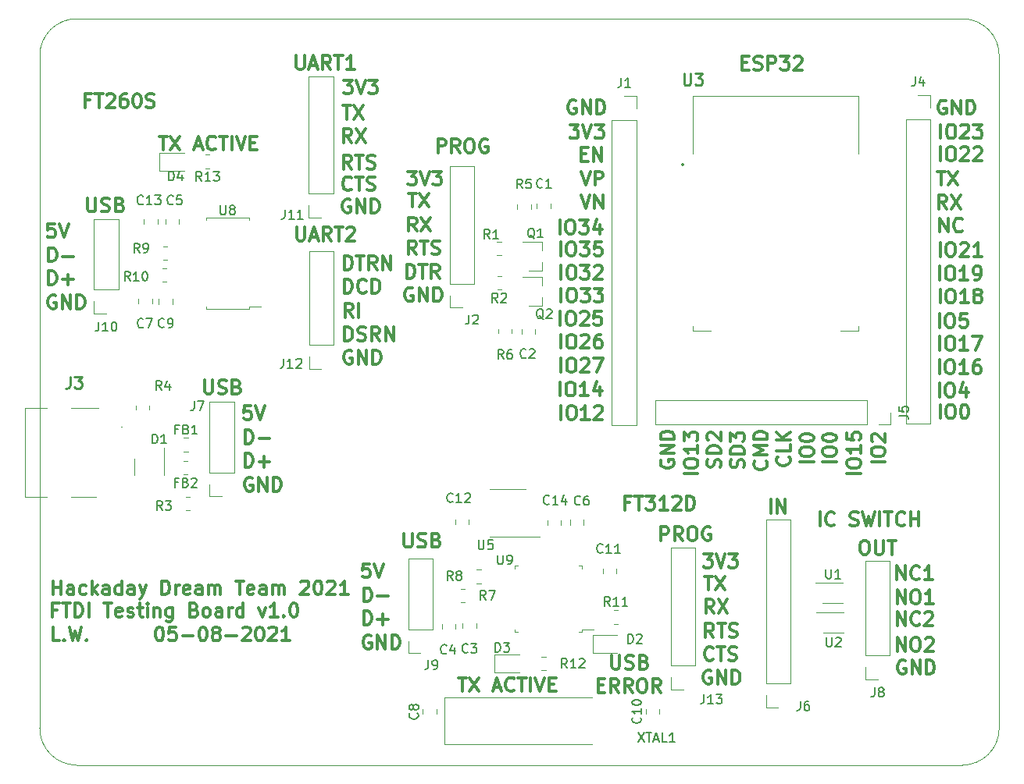
<source format=gbr>
%TF.GenerationSoftware,KiCad,Pcbnew,(5.1.10)-1*%
%TF.CreationDate,2021-08-05T14:48:44-04:00*%
%TF.ProjectId,ftdi-testing-board,66746469-2d74-4657-9374-696e672d626f,rev?*%
%TF.SameCoordinates,Original*%
%TF.FileFunction,Legend,Top*%
%TF.FilePolarity,Positive*%
%FSLAX46Y46*%
G04 Gerber Fmt 4.6, Leading zero omitted, Abs format (unit mm)*
G04 Created by KiCad (PCBNEW (5.1.10)-1) date 2021-08-05 14:48:44*
%MOMM*%
%LPD*%
G01*
G04 APERTURE LIST*
%ADD10C,0.300000*%
%TA.AperFunction,Profile*%
%ADD11C,0.050000*%
%TD*%
%ADD12C,0.120000*%
%ADD13C,0.100000*%
%ADD14C,0.200000*%
%ADD15C,0.150000*%
%ADD16C,0.254000*%
G04 APERTURE END LIST*
D10*
X140122677Y-157508331D02*
X139408391Y-157508331D01*
X139408391Y-156008331D01*
X140622677Y-157365474D02*
X140694105Y-157436902D01*
X140622677Y-157508331D01*
X140551248Y-157436902D01*
X140622677Y-157365474D01*
X140622677Y-157508331D01*
X141194105Y-156008331D02*
X141551248Y-157508331D01*
X141836962Y-156436902D01*
X142122677Y-157508331D01*
X142479820Y-156008331D01*
X143051248Y-157365474D02*
X143122677Y-157436902D01*
X143051248Y-157508331D01*
X142979820Y-157436902D01*
X143051248Y-157365474D01*
X143051248Y-157508331D01*
X150908391Y-156008331D02*
X151051248Y-156008331D01*
X151194105Y-156079760D01*
X151265534Y-156151188D01*
X151336962Y-156294045D01*
X151408391Y-156579760D01*
X151408391Y-156936902D01*
X151336962Y-157222617D01*
X151265534Y-157365474D01*
X151194105Y-157436902D01*
X151051248Y-157508331D01*
X150908391Y-157508331D01*
X150765534Y-157436902D01*
X150694105Y-157365474D01*
X150622677Y-157222617D01*
X150551248Y-156936902D01*
X150551248Y-156579760D01*
X150622677Y-156294045D01*
X150694105Y-156151188D01*
X150765534Y-156079760D01*
X150908391Y-156008331D01*
X152765534Y-156008331D02*
X152051248Y-156008331D01*
X151979820Y-156722617D01*
X152051248Y-156651188D01*
X152194105Y-156579760D01*
X152551248Y-156579760D01*
X152694105Y-156651188D01*
X152765534Y-156722617D01*
X152836962Y-156865474D01*
X152836962Y-157222617D01*
X152765534Y-157365474D01*
X152694105Y-157436902D01*
X152551248Y-157508331D01*
X152194105Y-157508331D01*
X152051248Y-157436902D01*
X151979820Y-157365474D01*
X153479820Y-156936902D02*
X154622677Y-156936902D01*
X155622677Y-156008331D02*
X155765534Y-156008331D01*
X155908391Y-156079760D01*
X155979820Y-156151188D01*
X156051248Y-156294045D01*
X156122677Y-156579760D01*
X156122677Y-156936902D01*
X156051248Y-157222617D01*
X155979820Y-157365474D01*
X155908391Y-157436902D01*
X155765534Y-157508331D01*
X155622677Y-157508331D01*
X155479820Y-157436902D01*
X155408391Y-157365474D01*
X155336962Y-157222617D01*
X155265534Y-156936902D01*
X155265534Y-156579760D01*
X155336962Y-156294045D01*
X155408391Y-156151188D01*
X155479820Y-156079760D01*
X155622677Y-156008331D01*
X156979820Y-156651188D02*
X156836962Y-156579760D01*
X156765534Y-156508331D01*
X156694105Y-156365474D01*
X156694105Y-156294045D01*
X156765534Y-156151188D01*
X156836962Y-156079760D01*
X156979820Y-156008331D01*
X157265534Y-156008331D01*
X157408391Y-156079760D01*
X157479820Y-156151188D01*
X157551248Y-156294045D01*
X157551248Y-156365474D01*
X157479820Y-156508331D01*
X157408391Y-156579760D01*
X157265534Y-156651188D01*
X156979820Y-156651188D01*
X156836962Y-156722617D01*
X156765534Y-156794045D01*
X156694105Y-156936902D01*
X156694105Y-157222617D01*
X156765534Y-157365474D01*
X156836962Y-157436902D01*
X156979820Y-157508331D01*
X157265534Y-157508331D01*
X157408391Y-157436902D01*
X157479820Y-157365474D01*
X157551248Y-157222617D01*
X157551248Y-156936902D01*
X157479820Y-156794045D01*
X157408391Y-156722617D01*
X157265534Y-156651188D01*
X158194105Y-156936902D02*
X159336962Y-156936902D01*
X159979820Y-156151188D02*
X160051248Y-156079760D01*
X160194105Y-156008331D01*
X160551248Y-156008331D01*
X160694105Y-156079760D01*
X160765534Y-156151188D01*
X160836962Y-156294045D01*
X160836962Y-156436902D01*
X160765534Y-156651188D01*
X159908391Y-157508331D01*
X160836962Y-157508331D01*
X161765534Y-156008331D02*
X161908391Y-156008331D01*
X162051248Y-156079760D01*
X162122677Y-156151188D01*
X162194105Y-156294045D01*
X162265534Y-156579760D01*
X162265534Y-156936902D01*
X162194105Y-157222617D01*
X162122677Y-157365474D01*
X162051248Y-157436902D01*
X161908391Y-157508331D01*
X161765534Y-157508331D01*
X161622677Y-157436902D01*
X161551248Y-157365474D01*
X161479820Y-157222617D01*
X161408391Y-156936902D01*
X161408391Y-156579760D01*
X161479820Y-156294045D01*
X161551248Y-156151188D01*
X161622677Y-156079760D01*
X161765534Y-156008331D01*
X162836962Y-156151188D02*
X162908391Y-156079760D01*
X163051248Y-156008331D01*
X163408391Y-156008331D01*
X163551248Y-156079760D01*
X163622677Y-156151188D01*
X163694105Y-156294045D01*
X163694105Y-156436902D01*
X163622677Y-156651188D01*
X162765534Y-157508331D01*
X163694105Y-157508331D01*
X165122677Y-157508331D02*
X164265534Y-157508331D01*
X164694105Y-157508331D02*
X164694105Y-156008331D01*
X164551248Y-156222617D01*
X164408391Y-156365474D01*
X164265534Y-156436902D01*
X139891300Y-154139437D02*
X139391300Y-154139437D01*
X139391300Y-154925151D02*
X139391300Y-153425151D01*
X140105585Y-153425151D01*
X140462728Y-153425151D02*
X141319871Y-153425151D01*
X140891300Y-154925151D02*
X140891300Y-153425151D01*
X141819871Y-154925151D02*
X141819871Y-153425151D01*
X142177014Y-153425151D01*
X142391300Y-153496580D01*
X142534157Y-153639437D01*
X142605585Y-153782294D01*
X142677014Y-154068008D01*
X142677014Y-154282294D01*
X142605585Y-154568008D01*
X142534157Y-154710865D01*
X142391300Y-154853722D01*
X142177014Y-154925151D01*
X141819871Y-154925151D01*
X143319871Y-154925151D02*
X143319871Y-153425151D01*
X144962728Y-153425151D02*
X145819871Y-153425151D01*
X145391300Y-154925151D02*
X145391300Y-153425151D01*
X146891300Y-154853722D02*
X146748442Y-154925151D01*
X146462728Y-154925151D01*
X146319871Y-154853722D01*
X146248442Y-154710865D01*
X146248442Y-154139437D01*
X146319871Y-153996580D01*
X146462728Y-153925151D01*
X146748442Y-153925151D01*
X146891300Y-153996580D01*
X146962728Y-154139437D01*
X146962728Y-154282294D01*
X146248442Y-154425151D01*
X147534157Y-154853722D02*
X147677014Y-154925151D01*
X147962728Y-154925151D01*
X148105585Y-154853722D01*
X148177014Y-154710865D01*
X148177014Y-154639437D01*
X148105585Y-154496580D01*
X147962728Y-154425151D01*
X147748442Y-154425151D01*
X147605585Y-154353722D01*
X147534157Y-154210865D01*
X147534157Y-154139437D01*
X147605585Y-153996580D01*
X147748442Y-153925151D01*
X147962728Y-153925151D01*
X148105585Y-153996580D01*
X148605585Y-153925151D02*
X149177014Y-153925151D01*
X148819871Y-153425151D02*
X148819871Y-154710865D01*
X148891300Y-154853722D01*
X149034157Y-154925151D01*
X149177014Y-154925151D01*
X149677014Y-154925151D02*
X149677014Y-153925151D01*
X149677014Y-153425151D02*
X149605585Y-153496580D01*
X149677014Y-153568008D01*
X149748442Y-153496580D01*
X149677014Y-153425151D01*
X149677014Y-153568008D01*
X150391300Y-153925151D02*
X150391300Y-154925151D01*
X150391300Y-154068008D02*
X150462728Y-153996580D01*
X150605585Y-153925151D01*
X150819871Y-153925151D01*
X150962728Y-153996580D01*
X151034157Y-154139437D01*
X151034157Y-154925151D01*
X152391300Y-153925151D02*
X152391300Y-155139437D01*
X152319871Y-155282294D01*
X152248442Y-155353722D01*
X152105585Y-155425151D01*
X151891300Y-155425151D01*
X151748442Y-155353722D01*
X152391300Y-154853722D02*
X152248442Y-154925151D01*
X151962728Y-154925151D01*
X151819871Y-154853722D01*
X151748442Y-154782294D01*
X151677014Y-154639437D01*
X151677014Y-154210865D01*
X151748442Y-154068008D01*
X151819871Y-153996580D01*
X151962728Y-153925151D01*
X152248442Y-153925151D01*
X152391300Y-153996580D01*
X154748442Y-154139437D02*
X154962728Y-154210865D01*
X155034157Y-154282294D01*
X155105585Y-154425151D01*
X155105585Y-154639437D01*
X155034157Y-154782294D01*
X154962728Y-154853722D01*
X154819871Y-154925151D01*
X154248442Y-154925151D01*
X154248442Y-153425151D01*
X154748442Y-153425151D01*
X154891300Y-153496580D01*
X154962728Y-153568008D01*
X155034157Y-153710865D01*
X155034157Y-153853722D01*
X154962728Y-153996580D01*
X154891300Y-154068008D01*
X154748442Y-154139437D01*
X154248442Y-154139437D01*
X155962728Y-154925151D02*
X155819871Y-154853722D01*
X155748442Y-154782294D01*
X155677014Y-154639437D01*
X155677014Y-154210865D01*
X155748442Y-154068008D01*
X155819871Y-153996580D01*
X155962728Y-153925151D01*
X156177014Y-153925151D01*
X156319871Y-153996580D01*
X156391300Y-154068008D01*
X156462728Y-154210865D01*
X156462728Y-154639437D01*
X156391300Y-154782294D01*
X156319871Y-154853722D01*
X156177014Y-154925151D01*
X155962728Y-154925151D01*
X157748442Y-154925151D02*
X157748442Y-154139437D01*
X157677014Y-153996580D01*
X157534157Y-153925151D01*
X157248442Y-153925151D01*
X157105585Y-153996580D01*
X157748442Y-154853722D02*
X157605585Y-154925151D01*
X157248442Y-154925151D01*
X157105585Y-154853722D01*
X157034157Y-154710865D01*
X157034157Y-154568008D01*
X157105585Y-154425151D01*
X157248442Y-154353722D01*
X157605585Y-154353722D01*
X157748442Y-154282294D01*
X158462728Y-154925151D02*
X158462728Y-153925151D01*
X158462728Y-154210865D02*
X158534157Y-154068008D01*
X158605585Y-153996580D01*
X158748442Y-153925151D01*
X158891300Y-153925151D01*
X160034157Y-154925151D02*
X160034157Y-153425151D01*
X160034157Y-154853722D02*
X159891300Y-154925151D01*
X159605585Y-154925151D01*
X159462728Y-154853722D01*
X159391300Y-154782294D01*
X159319871Y-154639437D01*
X159319871Y-154210865D01*
X159391300Y-154068008D01*
X159462728Y-153996580D01*
X159605585Y-153925151D01*
X159891300Y-153925151D01*
X160034157Y-153996580D01*
X161748442Y-153925151D02*
X162105585Y-154925151D01*
X162462728Y-153925151D01*
X163819871Y-154925151D02*
X162962728Y-154925151D01*
X163391300Y-154925151D02*
X163391300Y-153425151D01*
X163248442Y-153639437D01*
X163105585Y-153782294D01*
X162962728Y-153853722D01*
X164462728Y-154782294D02*
X164534157Y-154853722D01*
X164462728Y-154925151D01*
X164391300Y-154853722D01*
X164462728Y-154782294D01*
X164462728Y-154925151D01*
X165462728Y-153425151D02*
X165605585Y-153425151D01*
X165748442Y-153496580D01*
X165819871Y-153568008D01*
X165891300Y-153710865D01*
X165962728Y-153996580D01*
X165962728Y-154353722D01*
X165891300Y-154639437D01*
X165819871Y-154782294D01*
X165748442Y-154853722D01*
X165605585Y-154925151D01*
X165462728Y-154925151D01*
X165319871Y-154853722D01*
X165248442Y-154782294D01*
X165177014Y-154639437D01*
X165105585Y-154353722D01*
X165105585Y-153996580D01*
X165177014Y-153710865D01*
X165248442Y-153568008D01*
X165319871Y-153496580D01*
X165462728Y-153425151D01*
X139445614Y-152496911D02*
X139445614Y-150996911D01*
X139445614Y-151711197D02*
X140302757Y-151711197D01*
X140302757Y-152496911D02*
X140302757Y-150996911D01*
X141659900Y-152496911D02*
X141659900Y-151711197D01*
X141588471Y-151568340D01*
X141445614Y-151496911D01*
X141159900Y-151496911D01*
X141017042Y-151568340D01*
X141659900Y-152425482D02*
X141517042Y-152496911D01*
X141159900Y-152496911D01*
X141017042Y-152425482D01*
X140945614Y-152282625D01*
X140945614Y-152139768D01*
X141017042Y-151996911D01*
X141159900Y-151925482D01*
X141517042Y-151925482D01*
X141659900Y-151854054D01*
X143017042Y-152425482D02*
X142874185Y-152496911D01*
X142588471Y-152496911D01*
X142445614Y-152425482D01*
X142374185Y-152354054D01*
X142302757Y-152211197D01*
X142302757Y-151782625D01*
X142374185Y-151639768D01*
X142445614Y-151568340D01*
X142588471Y-151496911D01*
X142874185Y-151496911D01*
X143017042Y-151568340D01*
X143659900Y-152496911D02*
X143659900Y-150996911D01*
X143802757Y-151925482D02*
X144231328Y-152496911D01*
X144231328Y-151496911D02*
X143659900Y-152068340D01*
X145517042Y-152496911D02*
X145517042Y-151711197D01*
X145445614Y-151568340D01*
X145302757Y-151496911D01*
X145017042Y-151496911D01*
X144874185Y-151568340D01*
X145517042Y-152425482D02*
X145374185Y-152496911D01*
X145017042Y-152496911D01*
X144874185Y-152425482D01*
X144802757Y-152282625D01*
X144802757Y-152139768D01*
X144874185Y-151996911D01*
X145017042Y-151925482D01*
X145374185Y-151925482D01*
X145517042Y-151854054D01*
X146874185Y-152496911D02*
X146874185Y-150996911D01*
X146874185Y-152425482D02*
X146731328Y-152496911D01*
X146445614Y-152496911D01*
X146302757Y-152425482D01*
X146231328Y-152354054D01*
X146159900Y-152211197D01*
X146159900Y-151782625D01*
X146231328Y-151639768D01*
X146302757Y-151568340D01*
X146445614Y-151496911D01*
X146731328Y-151496911D01*
X146874185Y-151568340D01*
X148231328Y-152496911D02*
X148231328Y-151711197D01*
X148159900Y-151568340D01*
X148017042Y-151496911D01*
X147731328Y-151496911D01*
X147588471Y-151568340D01*
X148231328Y-152425482D02*
X148088471Y-152496911D01*
X147731328Y-152496911D01*
X147588471Y-152425482D01*
X147517042Y-152282625D01*
X147517042Y-152139768D01*
X147588471Y-151996911D01*
X147731328Y-151925482D01*
X148088471Y-151925482D01*
X148231328Y-151854054D01*
X148802757Y-151496911D02*
X149159900Y-152496911D01*
X149517042Y-151496911D02*
X149159900Y-152496911D01*
X149017042Y-152854054D01*
X148945614Y-152925482D01*
X148802757Y-152996911D01*
X151231328Y-152496911D02*
X151231328Y-150996911D01*
X151588471Y-150996911D01*
X151802757Y-151068340D01*
X151945614Y-151211197D01*
X152017042Y-151354054D01*
X152088471Y-151639768D01*
X152088471Y-151854054D01*
X152017042Y-152139768D01*
X151945614Y-152282625D01*
X151802757Y-152425482D01*
X151588471Y-152496911D01*
X151231328Y-152496911D01*
X152731328Y-152496911D02*
X152731328Y-151496911D01*
X152731328Y-151782625D02*
X152802757Y-151639768D01*
X152874185Y-151568340D01*
X153017042Y-151496911D01*
X153159900Y-151496911D01*
X154231328Y-152425482D02*
X154088471Y-152496911D01*
X153802757Y-152496911D01*
X153659900Y-152425482D01*
X153588471Y-152282625D01*
X153588471Y-151711197D01*
X153659900Y-151568340D01*
X153802757Y-151496911D01*
X154088471Y-151496911D01*
X154231328Y-151568340D01*
X154302757Y-151711197D01*
X154302757Y-151854054D01*
X153588471Y-151996911D01*
X155588471Y-152496911D02*
X155588471Y-151711197D01*
X155517042Y-151568340D01*
X155374185Y-151496911D01*
X155088471Y-151496911D01*
X154945614Y-151568340D01*
X155588471Y-152425482D02*
X155445614Y-152496911D01*
X155088471Y-152496911D01*
X154945614Y-152425482D01*
X154874185Y-152282625D01*
X154874185Y-152139768D01*
X154945614Y-151996911D01*
X155088471Y-151925482D01*
X155445614Y-151925482D01*
X155588471Y-151854054D01*
X156302757Y-152496911D02*
X156302757Y-151496911D01*
X156302757Y-151639768D02*
X156374185Y-151568340D01*
X156517042Y-151496911D01*
X156731328Y-151496911D01*
X156874185Y-151568340D01*
X156945614Y-151711197D01*
X156945614Y-152496911D01*
X156945614Y-151711197D02*
X157017042Y-151568340D01*
X157159900Y-151496911D01*
X157374185Y-151496911D01*
X157517042Y-151568340D01*
X157588471Y-151711197D01*
X157588471Y-152496911D01*
X159231328Y-150996911D02*
X160088471Y-150996911D01*
X159659900Y-152496911D02*
X159659900Y-150996911D01*
X161159900Y-152425482D02*
X161017042Y-152496911D01*
X160731328Y-152496911D01*
X160588471Y-152425482D01*
X160517042Y-152282625D01*
X160517042Y-151711197D01*
X160588471Y-151568340D01*
X160731328Y-151496911D01*
X161017042Y-151496911D01*
X161159900Y-151568340D01*
X161231328Y-151711197D01*
X161231328Y-151854054D01*
X160517042Y-151996911D01*
X162517042Y-152496911D02*
X162517042Y-151711197D01*
X162445614Y-151568340D01*
X162302757Y-151496911D01*
X162017042Y-151496911D01*
X161874185Y-151568340D01*
X162517042Y-152425482D02*
X162374185Y-152496911D01*
X162017042Y-152496911D01*
X161874185Y-152425482D01*
X161802757Y-152282625D01*
X161802757Y-152139768D01*
X161874185Y-151996911D01*
X162017042Y-151925482D01*
X162374185Y-151925482D01*
X162517042Y-151854054D01*
X163231328Y-152496911D02*
X163231328Y-151496911D01*
X163231328Y-151639768D02*
X163302757Y-151568340D01*
X163445614Y-151496911D01*
X163659900Y-151496911D01*
X163802757Y-151568340D01*
X163874185Y-151711197D01*
X163874185Y-152496911D01*
X163874185Y-151711197D02*
X163945614Y-151568340D01*
X164088471Y-151496911D01*
X164302757Y-151496911D01*
X164445614Y-151568340D01*
X164517042Y-151711197D01*
X164517042Y-152496911D01*
X166302757Y-151139768D02*
X166374185Y-151068340D01*
X166517042Y-150996911D01*
X166874185Y-150996911D01*
X167017042Y-151068340D01*
X167088471Y-151139768D01*
X167159900Y-151282625D01*
X167159900Y-151425482D01*
X167088471Y-151639768D01*
X166231328Y-152496911D01*
X167159900Y-152496911D01*
X168088471Y-150996911D02*
X168231328Y-150996911D01*
X168374185Y-151068340D01*
X168445614Y-151139768D01*
X168517042Y-151282625D01*
X168588471Y-151568340D01*
X168588471Y-151925482D01*
X168517042Y-152211197D01*
X168445614Y-152354054D01*
X168374185Y-152425482D01*
X168231328Y-152496911D01*
X168088471Y-152496911D01*
X167945614Y-152425482D01*
X167874185Y-152354054D01*
X167802757Y-152211197D01*
X167731328Y-151925482D01*
X167731328Y-151568340D01*
X167802757Y-151282625D01*
X167874185Y-151139768D01*
X167945614Y-151068340D01*
X168088471Y-150996911D01*
X169159900Y-151139768D02*
X169231328Y-151068340D01*
X169374185Y-150996911D01*
X169731328Y-150996911D01*
X169874185Y-151068340D01*
X169945614Y-151139768D01*
X170017042Y-151282625D01*
X170017042Y-151425482D01*
X169945614Y-151639768D01*
X169088471Y-152496911D01*
X170017042Y-152496911D01*
X171445614Y-152496911D02*
X170588471Y-152496911D01*
X171017042Y-152496911D02*
X171017042Y-150996911D01*
X170874185Y-151211197D01*
X170731328Y-151354054D01*
X170588471Y-151425482D01*
D11*
X242000000Y-94000000D02*
G75*
G03*
X238000000Y-90000000I-4000000J0D01*
G01*
X238000000Y-171000000D02*
G75*
G03*
X242000000Y-167000000I0J4000000D01*
G01*
X138000000Y-167000000D02*
G75*
G03*
X142000000Y-171000000I4000000J0D01*
G01*
X142000000Y-90000000D02*
G75*
G03*
X138000000Y-94000000I0J-4000000D01*
G01*
X138000000Y-167000000D02*
X138000000Y-94000000D01*
X238000000Y-90000000D02*
X142000000Y-90000000D01*
X242000000Y-167000000D02*
X242000000Y-94000000D01*
X142000000Y-171000000D02*
X238000000Y-171000000D01*
D10*
X201905800Y-142506237D02*
X201405800Y-142506237D01*
X201405800Y-143291951D02*
X201405800Y-141791951D01*
X202120085Y-141791951D01*
X202477228Y-141791951D02*
X203334371Y-141791951D01*
X202905800Y-143291951D02*
X202905800Y-141791951D01*
X203691514Y-141791951D02*
X204620085Y-141791951D01*
X204120085Y-142363380D01*
X204334371Y-142363380D01*
X204477228Y-142434808D01*
X204548657Y-142506237D01*
X204620085Y-142649094D01*
X204620085Y-143006237D01*
X204548657Y-143149094D01*
X204477228Y-143220522D01*
X204334371Y-143291951D01*
X203905800Y-143291951D01*
X203762942Y-143220522D01*
X203691514Y-143149094D01*
X206048657Y-143291951D02*
X205191514Y-143291951D01*
X205620085Y-143291951D02*
X205620085Y-141791951D01*
X205477228Y-142006237D01*
X205334371Y-142149094D01*
X205191514Y-142220522D01*
X206620085Y-141934808D02*
X206691514Y-141863380D01*
X206834371Y-141791951D01*
X207191514Y-141791951D01*
X207334371Y-141863380D01*
X207405800Y-141934808D01*
X207477228Y-142077665D01*
X207477228Y-142220522D01*
X207405800Y-142434808D01*
X206548657Y-143291951D01*
X207477228Y-143291951D01*
X208120085Y-143291951D02*
X208120085Y-141791951D01*
X208477228Y-141791951D01*
X208691514Y-141863380D01*
X208834371Y-142006237D01*
X208905800Y-142149094D01*
X208977228Y-142434808D01*
X208977228Y-142649094D01*
X208905800Y-142934808D01*
X208834371Y-143077665D01*
X208691514Y-143220522D01*
X208477228Y-143291951D01*
X208120085Y-143291951D01*
X199993962Y-159076731D02*
X199993962Y-160291017D01*
X200065391Y-160433874D01*
X200136820Y-160505302D01*
X200279677Y-160576731D01*
X200565391Y-160576731D01*
X200708248Y-160505302D01*
X200779677Y-160433874D01*
X200851105Y-160291017D01*
X200851105Y-159076731D01*
X201493962Y-160505302D02*
X201708248Y-160576731D01*
X202065391Y-160576731D01*
X202208248Y-160505302D01*
X202279677Y-160433874D01*
X202351105Y-160291017D01*
X202351105Y-160148160D01*
X202279677Y-160005302D01*
X202208248Y-159933874D01*
X202065391Y-159862445D01*
X201779677Y-159791017D01*
X201636820Y-159719588D01*
X201565391Y-159648160D01*
X201493962Y-159505302D01*
X201493962Y-159362445D01*
X201565391Y-159219588D01*
X201636820Y-159148160D01*
X201779677Y-159076731D01*
X202136820Y-159076731D01*
X202351105Y-159148160D01*
X203493962Y-159791017D02*
X203708248Y-159862445D01*
X203779677Y-159933874D01*
X203851105Y-160076731D01*
X203851105Y-160291017D01*
X203779677Y-160433874D01*
X203708248Y-160505302D01*
X203565391Y-160576731D01*
X202993962Y-160576731D01*
X202993962Y-159076731D01*
X203493962Y-159076731D01*
X203636820Y-159148160D01*
X203708248Y-159219588D01*
X203779677Y-159362445D01*
X203779677Y-159505302D01*
X203708248Y-159648160D01*
X203636820Y-159719588D01*
X203493962Y-159791017D01*
X202993962Y-159791017D01*
X198529677Y-162341017D02*
X199029677Y-162341017D01*
X199243962Y-163126731D02*
X198529677Y-163126731D01*
X198529677Y-161626731D01*
X199243962Y-161626731D01*
X200743962Y-163126731D02*
X200243962Y-162412445D01*
X199886820Y-163126731D02*
X199886820Y-161626731D01*
X200458248Y-161626731D01*
X200601105Y-161698160D01*
X200672534Y-161769588D01*
X200743962Y-161912445D01*
X200743962Y-162126731D01*
X200672534Y-162269588D01*
X200601105Y-162341017D01*
X200458248Y-162412445D01*
X199886820Y-162412445D01*
X202243962Y-163126731D02*
X201743962Y-162412445D01*
X201386820Y-163126731D02*
X201386820Y-161626731D01*
X201958248Y-161626731D01*
X202101105Y-161698160D01*
X202172534Y-161769588D01*
X202243962Y-161912445D01*
X202243962Y-162126731D01*
X202172534Y-162269588D01*
X202101105Y-162341017D01*
X201958248Y-162412445D01*
X201386820Y-162412445D01*
X203172534Y-161626731D02*
X203458248Y-161626731D01*
X203601105Y-161698160D01*
X203743962Y-161841017D01*
X203815391Y-162126731D01*
X203815391Y-162626731D01*
X203743962Y-162912445D01*
X203601105Y-163055302D01*
X203458248Y-163126731D01*
X203172534Y-163126731D01*
X203029677Y-163055302D01*
X202886820Y-162912445D01*
X202815391Y-162626731D01*
X202815391Y-162126731D01*
X202886820Y-161841017D01*
X203029677Y-161698160D01*
X203172534Y-161626731D01*
X205315391Y-163126731D02*
X204815391Y-162412445D01*
X204458248Y-163126731D02*
X204458248Y-161626731D01*
X205029677Y-161626731D01*
X205172534Y-161698160D01*
X205243962Y-161769588D01*
X205315391Y-161912445D01*
X205315391Y-162126731D01*
X205243962Y-162269588D01*
X205172534Y-162341017D01*
X205029677Y-162412445D01*
X204458248Y-162412445D01*
X183357237Y-161504891D02*
X184214380Y-161504891D01*
X183785808Y-163004891D02*
X183785808Y-161504891D01*
X184571522Y-161504891D02*
X185571522Y-163004891D01*
X185571522Y-161504891D02*
X184571522Y-163004891D01*
X187214380Y-162576320D02*
X187928665Y-162576320D01*
X187071522Y-163004891D02*
X187571522Y-161504891D01*
X188071522Y-163004891D01*
X189428665Y-162862034D02*
X189357237Y-162933462D01*
X189142951Y-163004891D01*
X189000094Y-163004891D01*
X188785808Y-162933462D01*
X188642951Y-162790605D01*
X188571522Y-162647748D01*
X188500094Y-162362034D01*
X188500094Y-162147748D01*
X188571522Y-161862034D01*
X188642951Y-161719177D01*
X188785808Y-161576320D01*
X189000094Y-161504891D01*
X189142951Y-161504891D01*
X189357237Y-161576320D01*
X189428665Y-161647748D01*
X189857237Y-161504891D02*
X190714380Y-161504891D01*
X190285808Y-163004891D02*
X190285808Y-161504891D01*
X191214380Y-163004891D02*
X191214380Y-161504891D01*
X191714380Y-161504891D02*
X192214380Y-163004891D01*
X192714380Y-161504891D01*
X193214380Y-162219177D02*
X193714380Y-162219177D01*
X193928665Y-163004891D02*
X193214380Y-163004891D01*
X193214380Y-161504891D01*
X193928665Y-161504891D01*
X210759182Y-160768600D02*
X210616325Y-160697171D01*
X210402040Y-160697171D01*
X210187754Y-160768600D01*
X210044897Y-160911457D01*
X209973468Y-161054314D01*
X209902040Y-161340028D01*
X209902040Y-161554314D01*
X209973468Y-161840028D01*
X210044897Y-161982885D01*
X210187754Y-162125742D01*
X210402040Y-162197171D01*
X210544897Y-162197171D01*
X210759182Y-162125742D01*
X210830611Y-162054314D01*
X210830611Y-161554314D01*
X210544897Y-161554314D01*
X211473468Y-162197171D02*
X211473468Y-160697171D01*
X212330611Y-162197171D01*
X212330611Y-160697171D01*
X213044897Y-162197171D02*
X213044897Y-160697171D01*
X213402040Y-160697171D01*
X213616325Y-160768600D01*
X213759182Y-160911457D01*
X213830611Y-161054314D01*
X213902040Y-161340028D01*
X213902040Y-161554314D01*
X213830611Y-161840028D01*
X213759182Y-161982885D01*
X213616325Y-162125742D01*
X213402040Y-162197171D01*
X213044897Y-162197171D01*
X210971391Y-159529554D02*
X210899962Y-159600982D01*
X210685677Y-159672411D01*
X210542820Y-159672411D01*
X210328534Y-159600982D01*
X210185677Y-159458125D01*
X210114248Y-159315268D01*
X210042820Y-159029554D01*
X210042820Y-158815268D01*
X210114248Y-158529554D01*
X210185677Y-158386697D01*
X210328534Y-158243840D01*
X210542820Y-158172411D01*
X210685677Y-158172411D01*
X210899962Y-158243840D01*
X210971391Y-158315268D01*
X211399962Y-158172411D02*
X212257105Y-158172411D01*
X211828534Y-159672411D02*
X211828534Y-158172411D01*
X212685677Y-159600982D02*
X212899962Y-159672411D01*
X213257105Y-159672411D01*
X213399962Y-159600982D01*
X213471391Y-159529554D01*
X213542820Y-159386697D01*
X213542820Y-159243840D01*
X213471391Y-159100982D01*
X213399962Y-159029554D01*
X213257105Y-158958125D01*
X212971391Y-158886697D01*
X212828534Y-158815268D01*
X212757105Y-158743840D01*
X212685677Y-158600982D01*
X212685677Y-158458125D01*
X212757105Y-158315268D01*
X212828534Y-158243840D01*
X212971391Y-158172411D01*
X213328534Y-158172411D01*
X213542820Y-158243840D01*
X211027271Y-157147651D02*
X210527271Y-156433365D01*
X210170128Y-157147651D02*
X210170128Y-155647651D01*
X210741557Y-155647651D01*
X210884414Y-155719080D01*
X210955842Y-155790508D01*
X211027271Y-155933365D01*
X211027271Y-156147651D01*
X210955842Y-156290508D01*
X210884414Y-156361937D01*
X210741557Y-156433365D01*
X210170128Y-156433365D01*
X211455842Y-155647651D02*
X212312985Y-155647651D01*
X211884414Y-157147651D02*
X211884414Y-155647651D01*
X212741557Y-157076222D02*
X212955842Y-157147651D01*
X213312985Y-157147651D01*
X213455842Y-157076222D01*
X213527271Y-157004794D01*
X213598700Y-156861937D01*
X213598700Y-156719080D01*
X213527271Y-156576222D01*
X213455842Y-156504794D01*
X213312985Y-156433365D01*
X213027271Y-156361937D01*
X212884414Y-156290508D01*
X212812985Y-156219080D01*
X212741557Y-156076222D01*
X212741557Y-155933365D01*
X212812985Y-155790508D01*
X212884414Y-155719080D01*
X213027271Y-155647651D01*
X213384414Y-155647651D01*
X213598700Y-155719080D01*
X211050060Y-154513671D02*
X210550060Y-153799385D01*
X210192917Y-154513671D02*
X210192917Y-153013671D01*
X210764345Y-153013671D01*
X210907202Y-153085100D01*
X210978631Y-153156528D01*
X211050060Y-153299385D01*
X211050060Y-153513671D01*
X210978631Y-153656528D01*
X210907202Y-153727957D01*
X210764345Y-153799385D01*
X210192917Y-153799385D01*
X211550060Y-153013671D02*
X212550060Y-154513671D01*
X212550060Y-153013671D02*
X211550060Y-154513671D01*
X210045442Y-150491451D02*
X210902585Y-150491451D01*
X210474014Y-151991451D02*
X210474014Y-150491451D01*
X211259728Y-150491451D02*
X212259728Y-151991451D01*
X212259728Y-150491451D02*
X211259728Y-151991451D01*
X209935677Y-148075911D02*
X210864248Y-148075911D01*
X210364248Y-148647340D01*
X210578534Y-148647340D01*
X210721391Y-148718768D01*
X210792820Y-148790197D01*
X210864248Y-148933054D01*
X210864248Y-149290197D01*
X210792820Y-149433054D01*
X210721391Y-149504482D01*
X210578534Y-149575911D01*
X210149962Y-149575911D01*
X210007105Y-149504482D01*
X209935677Y-149433054D01*
X211292820Y-148075911D02*
X211792820Y-149575911D01*
X212292820Y-148075911D01*
X212649962Y-148075911D02*
X213578534Y-148075911D01*
X213078534Y-148647340D01*
X213292820Y-148647340D01*
X213435677Y-148718768D01*
X213507105Y-148790197D01*
X213578534Y-148933054D01*
X213578534Y-149290197D01*
X213507105Y-149433054D01*
X213435677Y-149504482D01*
X213292820Y-149575911D01*
X212864248Y-149575911D01*
X212721391Y-149504482D01*
X212649962Y-149433054D01*
X205314408Y-146637131D02*
X205314408Y-145137131D01*
X205885837Y-145137131D01*
X206028694Y-145208560D01*
X206100122Y-145279988D01*
X206171551Y-145422845D01*
X206171551Y-145637131D01*
X206100122Y-145779988D01*
X206028694Y-145851417D01*
X205885837Y-145922845D01*
X205314408Y-145922845D01*
X207671551Y-146637131D02*
X207171551Y-145922845D01*
X206814408Y-146637131D02*
X206814408Y-145137131D01*
X207385837Y-145137131D01*
X207528694Y-145208560D01*
X207600122Y-145279988D01*
X207671551Y-145422845D01*
X207671551Y-145637131D01*
X207600122Y-145779988D01*
X207528694Y-145851417D01*
X207385837Y-145922845D01*
X206814408Y-145922845D01*
X208600122Y-145137131D02*
X208885837Y-145137131D01*
X209028694Y-145208560D01*
X209171551Y-145351417D01*
X209242980Y-145637131D01*
X209242980Y-146137131D01*
X209171551Y-146422845D01*
X209028694Y-146565702D01*
X208885837Y-146637131D01*
X208600122Y-146637131D01*
X208457265Y-146565702D01*
X208314408Y-146422845D01*
X208242980Y-146137131D01*
X208242980Y-145637131D01*
X208314408Y-145351417D01*
X208457265Y-145208560D01*
X208600122Y-145137131D01*
X210671551Y-145208560D02*
X210528694Y-145137131D01*
X210314408Y-145137131D01*
X210100122Y-145208560D01*
X209957265Y-145351417D01*
X209885837Y-145494274D01*
X209814408Y-145779988D01*
X209814408Y-145994274D01*
X209885837Y-146279988D01*
X209957265Y-146422845D01*
X210100122Y-146565702D01*
X210314408Y-146637131D01*
X210457265Y-146637131D01*
X210671551Y-146565702D01*
X210742980Y-146494274D01*
X210742980Y-145994274D01*
X210457265Y-145994274D01*
X177492102Y-145843251D02*
X177492102Y-147057537D01*
X177563531Y-147200394D01*
X177634960Y-147271822D01*
X177777817Y-147343251D01*
X178063531Y-147343251D01*
X178206388Y-147271822D01*
X178277817Y-147200394D01*
X178349245Y-147057537D01*
X178349245Y-145843251D01*
X178992102Y-147271822D02*
X179206388Y-147343251D01*
X179563531Y-147343251D01*
X179706388Y-147271822D01*
X179777817Y-147200394D01*
X179849245Y-147057537D01*
X179849245Y-146914680D01*
X179777817Y-146771822D01*
X179706388Y-146700394D01*
X179563531Y-146628965D01*
X179277817Y-146557537D01*
X179134960Y-146486108D01*
X179063531Y-146414680D01*
X178992102Y-146271822D01*
X178992102Y-146128965D01*
X179063531Y-145986108D01*
X179134960Y-145914680D01*
X179277817Y-145843251D01*
X179634960Y-145843251D01*
X179849245Y-145914680D01*
X180992102Y-146557537D02*
X181206388Y-146628965D01*
X181277817Y-146700394D01*
X181349245Y-146843251D01*
X181349245Y-147057537D01*
X181277817Y-147200394D01*
X181206388Y-147271822D01*
X181063531Y-147343251D01*
X180492102Y-147343251D01*
X180492102Y-145843251D01*
X180992102Y-145843251D01*
X181134960Y-145914680D01*
X181206388Y-145986108D01*
X181277817Y-146128965D01*
X181277817Y-146271822D01*
X181206388Y-146414680D01*
X181134960Y-146486108D01*
X180992102Y-146557537D01*
X180492102Y-146557537D01*
X173752545Y-149142711D02*
X173038260Y-149142711D01*
X172966831Y-149856997D01*
X173038260Y-149785568D01*
X173181117Y-149714140D01*
X173538260Y-149714140D01*
X173681117Y-149785568D01*
X173752545Y-149856997D01*
X173823974Y-149999854D01*
X173823974Y-150356997D01*
X173752545Y-150499854D01*
X173681117Y-150571282D01*
X173538260Y-150642711D01*
X173181117Y-150642711D01*
X173038260Y-150571282D01*
X172966831Y-150499854D01*
X174252545Y-149142711D02*
X174752545Y-150642711D01*
X175252545Y-149142711D01*
X173123231Y-155773511D02*
X173123231Y-154273511D01*
X173480374Y-154273511D01*
X173694660Y-154344940D01*
X173837517Y-154487797D01*
X173908945Y-154630654D01*
X173980374Y-154916368D01*
X173980374Y-155130654D01*
X173908945Y-155416368D01*
X173837517Y-155559225D01*
X173694660Y-155702082D01*
X173480374Y-155773511D01*
X173123231Y-155773511D01*
X174623231Y-155202082D02*
X175766088Y-155202082D01*
X175194660Y-155773511D02*
X175194660Y-154630654D01*
X173886002Y-156961140D02*
X173743145Y-156889711D01*
X173528860Y-156889711D01*
X173314574Y-156961140D01*
X173171717Y-157103997D01*
X173100288Y-157246854D01*
X173028860Y-157532568D01*
X173028860Y-157746854D01*
X173100288Y-158032568D01*
X173171717Y-158175425D01*
X173314574Y-158318282D01*
X173528860Y-158389711D01*
X173671717Y-158389711D01*
X173886002Y-158318282D01*
X173957431Y-158246854D01*
X173957431Y-157746854D01*
X173671717Y-157746854D01*
X174600288Y-158389711D02*
X174600288Y-156889711D01*
X175457431Y-158389711D01*
X175457431Y-156889711D01*
X176171717Y-158389711D02*
X176171717Y-156889711D01*
X176528860Y-156889711D01*
X176743145Y-156961140D01*
X176886002Y-157103997D01*
X176957431Y-157246854D01*
X177028860Y-157532568D01*
X177028860Y-157746854D01*
X176957431Y-158032568D01*
X176886002Y-158175425D01*
X176743145Y-158318282D01*
X176528860Y-158389711D01*
X176171717Y-158389711D01*
X173123231Y-153258911D02*
X173123231Y-151758911D01*
X173480374Y-151758911D01*
X173694660Y-151830340D01*
X173837517Y-151973197D01*
X173908945Y-152116054D01*
X173980374Y-152401768D01*
X173980374Y-152616054D01*
X173908945Y-152901768D01*
X173837517Y-153044625D01*
X173694660Y-153187482D01*
X173480374Y-153258911D01*
X173123231Y-153258911D01*
X174623231Y-152687482D02*
X175766088Y-152687482D01*
X214146214Y-94766937D02*
X214646214Y-94766937D01*
X214860500Y-95552651D02*
X214146214Y-95552651D01*
X214146214Y-94052651D01*
X214860500Y-94052651D01*
X215431928Y-95481222D02*
X215646214Y-95552651D01*
X216003357Y-95552651D01*
X216146214Y-95481222D01*
X216217642Y-95409794D01*
X216289071Y-95266937D01*
X216289071Y-95124080D01*
X216217642Y-94981222D01*
X216146214Y-94909794D01*
X216003357Y-94838365D01*
X215717642Y-94766937D01*
X215574785Y-94695508D01*
X215503357Y-94624080D01*
X215431928Y-94481222D01*
X215431928Y-94338365D01*
X215503357Y-94195508D01*
X215574785Y-94124080D01*
X215717642Y-94052651D01*
X216074785Y-94052651D01*
X216289071Y-94124080D01*
X216931928Y-95552651D02*
X216931928Y-94052651D01*
X217503357Y-94052651D01*
X217646214Y-94124080D01*
X217717642Y-94195508D01*
X217789071Y-94338365D01*
X217789071Y-94552651D01*
X217717642Y-94695508D01*
X217646214Y-94766937D01*
X217503357Y-94838365D01*
X216931928Y-94838365D01*
X218289071Y-94052651D02*
X219217642Y-94052651D01*
X218717642Y-94624080D01*
X218931928Y-94624080D01*
X219074785Y-94695508D01*
X219146214Y-94766937D01*
X219217642Y-94909794D01*
X219217642Y-95266937D01*
X219146214Y-95409794D01*
X219074785Y-95481222D01*
X218931928Y-95552651D01*
X218503357Y-95552651D01*
X218360500Y-95481222D01*
X218289071Y-95409794D01*
X219789071Y-94195508D02*
X219860500Y-94124080D01*
X220003357Y-94052651D01*
X220360500Y-94052651D01*
X220503357Y-94124080D01*
X220574785Y-94195508D01*
X220646214Y-94338365D01*
X220646214Y-94481222D01*
X220574785Y-94695508D01*
X219717642Y-95552651D01*
X220646214Y-95552651D01*
X205350680Y-137906617D02*
X205279251Y-138049474D01*
X205279251Y-138263760D01*
X205350680Y-138478045D01*
X205493537Y-138620902D01*
X205636394Y-138692331D01*
X205922108Y-138763760D01*
X206136394Y-138763760D01*
X206422108Y-138692331D01*
X206564965Y-138620902D01*
X206707822Y-138478045D01*
X206779251Y-138263760D01*
X206779251Y-138120902D01*
X206707822Y-137906617D01*
X206636394Y-137835188D01*
X206136394Y-137835188D01*
X206136394Y-138120902D01*
X206779251Y-137192331D02*
X205279251Y-137192331D01*
X206779251Y-136335188D01*
X205279251Y-136335188D01*
X206779251Y-135620902D02*
X205279251Y-135620902D01*
X205279251Y-135263760D01*
X205350680Y-135049474D01*
X205493537Y-134906617D01*
X205636394Y-134835188D01*
X205922108Y-134763760D01*
X206136394Y-134763760D01*
X206422108Y-134835188D01*
X206564965Y-134906617D01*
X206707822Y-135049474D01*
X206779251Y-135263760D01*
X206779251Y-135620902D01*
X209329411Y-139364125D02*
X207829411Y-139364125D01*
X207829411Y-138364125D02*
X207829411Y-138078411D01*
X207900840Y-137935554D01*
X208043697Y-137792697D01*
X208329411Y-137721268D01*
X208829411Y-137721268D01*
X209115125Y-137792697D01*
X209257982Y-137935554D01*
X209329411Y-138078411D01*
X209329411Y-138364125D01*
X209257982Y-138506982D01*
X209115125Y-138649840D01*
X208829411Y-138721268D01*
X208329411Y-138721268D01*
X208043697Y-138649840D01*
X207900840Y-138506982D01*
X207829411Y-138364125D01*
X209329411Y-136292697D02*
X209329411Y-137149840D01*
X209329411Y-136721268D02*
X207829411Y-136721268D01*
X208043697Y-136864125D01*
X208186554Y-137006982D01*
X208257982Y-137149840D01*
X207829411Y-135792697D02*
X207829411Y-134864125D01*
X208400840Y-135364125D01*
X208400840Y-135149840D01*
X208472268Y-135006982D01*
X208543697Y-134935554D01*
X208686554Y-134864125D01*
X209043697Y-134864125D01*
X209186554Y-134935554D01*
X209257982Y-135006982D01*
X209329411Y-135149840D01*
X209329411Y-135578411D01*
X209257982Y-135721268D01*
X209186554Y-135792697D01*
X229634171Y-138098660D02*
X228134171Y-138098660D01*
X228134171Y-137098660D02*
X228134171Y-136812945D01*
X228205600Y-136670088D01*
X228348457Y-136527231D01*
X228634171Y-136455802D01*
X229134171Y-136455802D01*
X229419885Y-136527231D01*
X229562742Y-136670088D01*
X229634171Y-136812945D01*
X229634171Y-137098660D01*
X229562742Y-137241517D01*
X229419885Y-137384374D01*
X229134171Y-137455802D01*
X228634171Y-137455802D01*
X228348457Y-137384374D01*
X228205600Y-137241517D01*
X228134171Y-137098660D01*
X228277028Y-135884374D02*
X228205600Y-135812945D01*
X228134171Y-135670088D01*
X228134171Y-135312945D01*
X228205600Y-135170088D01*
X228277028Y-135098660D01*
X228419885Y-135027231D01*
X228562742Y-135027231D01*
X228777028Y-135098660D01*
X229634171Y-135955802D01*
X229634171Y-135027231D01*
X211762422Y-138679477D02*
X211833851Y-138465191D01*
X211833851Y-138108048D01*
X211762422Y-137965191D01*
X211690994Y-137893762D01*
X211548137Y-137822334D01*
X211405280Y-137822334D01*
X211262422Y-137893762D01*
X211190994Y-137965191D01*
X211119565Y-138108048D01*
X211048137Y-138393762D01*
X210976708Y-138536620D01*
X210905280Y-138608048D01*
X210762422Y-138679477D01*
X210619565Y-138679477D01*
X210476708Y-138608048D01*
X210405280Y-138536620D01*
X210333851Y-138393762D01*
X210333851Y-138036620D01*
X210405280Y-137822334D01*
X211833851Y-137179477D02*
X210333851Y-137179477D01*
X210333851Y-136822334D01*
X210405280Y-136608048D01*
X210548137Y-136465191D01*
X210690994Y-136393762D01*
X210976708Y-136322334D01*
X211190994Y-136322334D01*
X211476708Y-136393762D01*
X211619565Y-136465191D01*
X211762422Y-136608048D01*
X211833851Y-136822334D01*
X211833851Y-137179477D01*
X210476708Y-135750905D02*
X210405280Y-135679477D01*
X210333851Y-135536620D01*
X210333851Y-135179477D01*
X210405280Y-135036620D01*
X210476708Y-134965191D01*
X210619565Y-134893762D01*
X210762422Y-134893762D01*
X210976708Y-134965191D01*
X211833851Y-135822334D01*
X211833851Y-134893762D01*
X214294802Y-138707417D02*
X214366231Y-138493131D01*
X214366231Y-138135988D01*
X214294802Y-137993131D01*
X214223374Y-137921702D01*
X214080517Y-137850274D01*
X213937660Y-137850274D01*
X213794802Y-137921702D01*
X213723374Y-137993131D01*
X213651945Y-138135988D01*
X213580517Y-138421702D01*
X213509088Y-138564560D01*
X213437660Y-138635988D01*
X213294802Y-138707417D01*
X213151945Y-138707417D01*
X213009088Y-138635988D01*
X212937660Y-138564560D01*
X212866231Y-138421702D01*
X212866231Y-138064560D01*
X212937660Y-137850274D01*
X214366231Y-137207417D02*
X212866231Y-137207417D01*
X212866231Y-136850274D01*
X212937660Y-136635988D01*
X213080517Y-136493131D01*
X213223374Y-136421702D01*
X213509088Y-136350274D01*
X213723374Y-136350274D01*
X214009088Y-136421702D01*
X214151945Y-136493131D01*
X214294802Y-136635988D01*
X214366231Y-136850274D01*
X214366231Y-137207417D01*
X212866231Y-135850274D02*
X212866231Y-134921702D01*
X213437660Y-135421702D01*
X213437660Y-135207417D01*
X213509088Y-135064560D01*
X213580517Y-134993131D01*
X213723374Y-134921702D01*
X214080517Y-134921702D01*
X214223374Y-134993131D01*
X214294802Y-135064560D01*
X214366231Y-135207417D01*
X214366231Y-135635988D01*
X214294802Y-135778845D01*
X214223374Y-135850274D01*
X216727814Y-137985357D02*
X216799242Y-138056785D01*
X216870671Y-138271071D01*
X216870671Y-138413928D01*
X216799242Y-138628214D01*
X216656385Y-138771071D01*
X216513528Y-138842500D01*
X216227814Y-138913928D01*
X216013528Y-138913928D01*
X215727814Y-138842500D01*
X215584957Y-138771071D01*
X215442100Y-138628214D01*
X215370671Y-138413928D01*
X215370671Y-138271071D01*
X215442100Y-138056785D01*
X215513528Y-137985357D01*
X216870671Y-137342500D02*
X215370671Y-137342500D01*
X216442100Y-136842500D01*
X215370671Y-136342500D01*
X216870671Y-136342500D01*
X216870671Y-135628214D02*
X215370671Y-135628214D01*
X215370671Y-135271071D01*
X215442100Y-135056785D01*
X215584957Y-134913928D01*
X215727814Y-134842500D01*
X216013528Y-134771071D01*
X216227814Y-134771071D01*
X216513528Y-134842500D01*
X216656385Y-134913928D01*
X216799242Y-135056785D01*
X216870671Y-135271071D01*
X216870671Y-135628214D01*
X219201774Y-137542317D02*
X219273202Y-137613745D01*
X219344631Y-137828031D01*
X219344631Y-137970888D01*
X219273202Y-138185174D01*
X219130345Y-138328031D01*
X218987488Y-138399460D01*
X218701774Y-138470888D01*
X218487488Y-138470888D01*
X218201774Y-138399460D01*
X218058917Y-138328031D01*
X217916060Y-138185174D01*
X217844631Y-137970888D01*
X217844631Y-137828031D01*
X217916060Y-137613745D01*
X217987488Y-137542317D01*
X219344631Y-136185174D02*
X219344631Y-136899460D01*
X217844631Y-136899460D01*
X219344631Y-135685174D02*
X217844631Y-135685174D01*
X219344631Y-134828031D02*
X218487488Y-135470888D01*
X217844631Y-134828031D02*
X218701774Y-135685174D01*
X221877011Y-138121520D02*
X220377011Y-138121520D01*
X220377011Y-137121520D02*
X220377011Y-136835805D01*
X220448440Y-136692948D01*
X220591297Y-136550091D01*
X220877011Y-136478662D01*
X221377011Y-136478662D01*
X221662725Y-136550091D01*
X221805582Y-136692948D01*
X221877011Y-136835805D01*
X221877011Y-137121520D01*
X221805582Y-137264377D01*
X221662725Y-137407234D01*
X221377011Y-137478662D01*
X220877011Y-137478662D01*
X220591297Y-137407234D01*
X220448440Y-137264377D01*
X220377011Y-137121520D01*
X220377011Y-135550091D02*
X220377011Y-135407234D01*
X220448440Y-135264377D01*
X220519868Y-135192948D01*
X220662725Y-135121520D01*
X220948440Y-135050091D01*
X221305582Y-135050091D01*
X221591297Y-135121520D01*
X221734154Y-135192948D01*
X221805582Y-135264377D01*
X221877011Y-135407234D01*
X221877011Y-135550091D01*
X221805582Y-135692948D01*
X221734154Y-135764377D01*
X221591297Y-135835805D01*
X221305582Y-135907234D01*
X220948440Y-135907234D01*
X220662725Y-135835805D01*
X220519868Y-135764377D01*
X220448440Y-135692948D01*
X220377011Y-135550091D01*
X224353511Y-138103740D02*
X222853511Y-138103740D01*
X222853511Y-137103740D02*
X222853511Y-136818025D01*
X222924940Y-136675168D01*
X223067797Y-136532311D01*
X223353511Y-136460882D01*
X223853511Y-136460882D01*
X224139225Y-136532311D01*
X224282082Y-136675168D01*
X224353511Y-136818025D01*
X224353511Y-137103740D01*
X224282082Y-137246597D01*
X224139225Y-137389454D01*
X223853511Y-137460882D01*
X223353511Y-137460882D01*
X223067797Y-137389454D01*
X222924940Y-137246597D01*
X222853511Y-137103740D01*
X222853511Y-135532311D02*
X222853511Y-135389454D01*
X222924940Y-135246597D01*
X222996368Y-135175168D01*
X223139225Y-135103740D01*
X223424940Y-135032311D01*
X223782082Y-135032311D01*
X224067797Y-135103740D01*
X224210654Y-135175168D01*
X224282082Y-135246597D01*
X224353511Y-135389454D01*
X224353511Y-135532311D01*
X224282082Y-135675168D01*
X224210654Y-135746597D01*
X224067797Y-135818025D01*
X223782082Y-135889454D01*
X223424940Y-135889454D01*
X223139225Y-135818025D01*
X222996368Y-135746597D01*
X222924940Y-135675168D01*
X222853511Y-135532311D01*
X226992571Y-139364125D02*
X225492571Y-139364125D01*
X225492571Y-138364125D02*
X225492571Y-138078411D01*
X225564000Y-137935554D01*
X225706857Y-137792697D01*
X225992571Y-137721268D01*
X226492571Y-137721268D01*
X226778285Y-137792697D01*
X226921142Y-137935554D01*
X226992571Y-138078411D01*
X226992571Y-138364125D01*
X226921142Y-138506982D01*
X226778285Y-138649840D01*
X226492571Y-138721268D01*
X225992571Y-138721268D01*
X225706857Y-138649840D01*
X225564000Y-138506982D01*
X225492571Y-138364125D01*
X226992571Y-136292697D02*
X226992571Y-137149840D01*
X226992571Y-136721268D02*
X225492571Y-136721268D01*
X225706857Y-136864125D01*
X225849714Y-137006982D01*
X225921142Y-137149840D01*
X225492571Y-134935554D02*
X225492571Y-135649840D01*
X226206857Y-135721268D01*
X226135428Y-135649840D01*
X226064000Y-135506982D01*
X226064000Y-135149840D01*
X226135428Y-135006982D01*
X226206857Y-134935554D01*
X226349714Y-134864125D01*
X226706857Y-134864125D01*
X226849714Y-134935554D01*
X226921142Y-135006982D01*
X226992571Y-135149840D01*
X226992571Y-135506982D01*
X226921142Y-135649840D01*
X226849714Y-135721268D01*
X235574828Y-113137071D02*
X235574828Y-111637071D01*
X236431971Y-113137071D01*
X236431971Y-111637071D01*
X238003400Y-112994214D02*
X237931971Y-113065642D01*
X237717685Y-113137071D01*
X237574828Y-113137071D01*
X237360542Y-113065642D01*
X237217685Y-112922785D01*
X237146257Y-112779928D01*
X237074828Y-112494214D01*
X237074828Y-112279928D01*
X237146257Y-111994214D01*
X237217685Y-111851357D01*
X237360542Y-111708500D01*
X237574828Y-111637071D01*
X237717685Y-111637071D01*
X237931971Y-111708500D01*
X238003400Y-111779928D01*
X235591220Y-133373251D02*
X235591220Y-131873251D01*
X236591220Y-131873251D02*
X236876934Y-131873251D01*
X237019791Y-131944680D01*
X237162648Y-132087537D01*
X237234077Y-132373251D01*
X237234077Y-132873251D01*
X237162648Y-133158965D01*
X237019791Y-133301822D01*
X236876934Y-133373251D01*
X236591220Y-133373251D01*
X236448362Y-133301822D01*
X236305505Y-133158965D01*
X236234077Y-132873251D01*
X236234077Y-132373251D01*
X236305505Y-132087537D01*
X236448362Y-131944680D01*
X236591220Y-131873251D01*
X238162648Y-131873251D02*
X238305505Y-131873251D01*
X238448362Y-131944680D01*
X238519791Y-132016108D01*
X238591220Y-132158965D01*
X238662648Y-132444680D01*
X238662648Y-132801822D01*
X238591220Y-133087537D01*
X238519791Y-133230394D01*
X238448362Y-133301822D01*
X238305505Y-133373251D01*
X238162648Y-133373251D01*
X238019791Y-133301822D01*
X237948362Y-133230394D01*
X237876934Y-133087537D01*
X237805505Y-132801822D01*
X237805505Y-132444680D01*
X237876934Y-132158965D01*
X237948362Y-132016108D01*
X238019791Y-131944680D01*
X238162648Y-131873251D01*
X235512480Y-131036451D02*
X235512480Y-129536451D01*
X236512480Y-129536451D02*
X236798194Y-129536451D01*
X236941051Y-129607880D01*
X237083908Y-129750737D01*
X237155337Y-130036451D01*
X237155337Y-130536451D01*
X237083908Y-130822165D01*
X236941051Y-130965022D01*
X236798194Y-131036451D01*
X236512480Y-131036451D01*
X236369622Y-130965022D01*
X236226765Y-130822165D01*
X236155337Y-130536451D01*
X236155337Y-130036451D01*
X236226765Y-129750737D01*
X236369622Y-129607880D01*
X236512480Y-129536451D01*
X238441051Y-130036451D02*
X238441051Y-131036451D01*
X238083908Y-129465022D02*
X237726765Y-130536451D01*
X238655337Y-130536451D01*
X235529714Y-128534551D02*
X235529714Y-127034551D01*
X236529714Y-127034551D02*
X236815428Y-127034551D01*
X236958285Y-127105980D01*
X237101142Y-127248837D01*
X237172571Y-127534551D01*
X237172571Y-128034551D01*
X237101142Y-128320265D01*
X236958285Y-128463122D01*
X236815428Y-128534551D01*
X236529714Y-128534551D01*
X236386857Y-128463122D01*
X236244000Y-128320265D01*
X236172571Y-128034551D01*
X236172571Y-127534551D01*
X236244000Y-127248837D01*
X236386857Y-127105980D01*
X236529714Y-127034551D01*
X238601142Y-128534551D02*
X237744000Y-128534551D01*
X238172571Y-128534551D02*
X238172571Y-127034551D01*
X238029714Y-127248837D01*
X237886857Y-127391694D01*
X237744000Y-127463122D01*
X239886857Y-127034551D02*
X239601142Y-127034551D01*
X239458285Y-127105980D01*
X239386857Y-127177408D01*
X239244000Y-127391694D01*
X239172571Y-127677408D01*
X239172571Y-128248837D01*
X239244000Y-128391694D01*
X239315428Y-128463122D01*
X239458285Y-128534551D01*
X239744000Y-128534551D01*
X239886857Y-128463122D01*
X239958285Y-128391694D01*
X240029714Y-128248837D01*
X240029714Y-127891694D01*
X239958285Y-127748837D01*
X239886857Y-127677408D01*
X239744000Y-127605980D01*
X239458285Y-127605980D01*
X239315428Y-127677408D01*
X239244000Y-127748837D01*
X239172571Y-127891694D01*
X235544954Y-125974231D02*
X235544954Y-124474231D01*
X236544954Y-124474231D02*
X236830668Y-124474231D01*
X236973525Y-124545660D01*
X237116382Y-124688517D01*
X237187811Y-124974231D01*
X237187811Y-125474231D01*
X237116382Y-125759945D01*
X236973525Y-125902802D01*
X236830668Y-125974231D01*
X236544954Y-125974231D01*
X236402097Y-125902802D01*
X236259240Y-125759945D01*
X236187811Y-125474231D01*
X236187811Y-124974231D01*
X236259240Y-124688517D01*
X236402097Y-124545660D01*
X236544954Y-124474231D01*
X238616382Y-125974231D02*
X237759240Y-125974231D01*
X238187811Y-125974231D02*
X238187811Y-124474231D01*
X238044954Y-124688517D01*
X237902097Y-124831374D01*
X237759240Y-124902802D01*
X239116382Y-124474231D02*
X240116382Y-124474231D01*
X239473525Y-125974231D01*
X235512480Y-123497731D02*
X235512480Y-121997731D01*
X236512480Y-121997731D02*
X236798194Y-121997731D01*
X236941051Y-122069160D01*
X237083908Y-122212017D01*
X237155337Y-122497731D01*
X237155337Y-122997731D01*
X237083908Y-123283445D01*
X236941051Y-123426302D01*
X236798194Y-123497731D01*
X236512480Y-123497731D01*
X236369622Y-123426302D01*
X236226765Y-123283445D01*
X236155337Y-122997731D01*
X236155337Y-122497731D01*
X236226765Y-122212017D01*
X236369622Y-122069160D01*
X236512480Y-121997731D01*
X238512480Y-121997731D02*
X237798194Y-121997731D01*
X237726765Y-122712017D01*
X237798194Y-122640588D01*
X237941051Y-122569160D01*
X238298194Y-122569160D01*
X238441051Y-122640588D01*
X238512480Y-122712017D01*
X238583908Y-122854874D01*
X238583908Y-123212017D01*
X238512480Y-123354874D01*
X238441051Y-123426302D01*
X238298194Y-123497731D01*
X237941051Y-123497731D01*
X237798194Y-123426302D01*
X237726765Y-123354874D01*
X235593214Y-120851051D02*
X235593214Y-119351051D01*
X236593214Y-119351051D02*
X236878928Y-119351051D01*
X237021785Y-119422480D01*
X237164642Y-119565337D01*
X237236071Y-119851051D01*
X237236071Y-120351051D01*
X237164642Y-120636765D01*
X237021785Y-120779622D01*
X236878928Y-120851051D01*
X236593214Y-120851051D01*
X236450357Y-120779622D01*
X236307500Y-120636765D01*
X236236071Y-120351051D01*
X236236071Y-119851051D01*
X236307500Y-119565337D01*
X236450357Y-119422480D01*
X236593214Y-119351051D01*
X238664642Y-120851051D02*
X237807500Y-120851051D01*
X238236071Y-120851051D02*
X238236071Y-119351051D01*
X238093214Y-119565337D01*
X237950357Y-119708194D01*
X237807500Y-119779622D01*
X239521785Y-119993908D02*
X239378928Y-119922480D01*
X239307500Y-119851051D01*
X239236071Y-119708194D01*
X239236071Y-119636765D01*
X239307500Y-119493908D01*
X239378928Y-119422480D01*
X239521785Y-119351051D01*
X239807500Y-119351051D01*
X239950357Y-119422480D01*
X240021785Y-119493908D01*
X240093214Y-119636765D01*
X240093214Y-119708194D01*
X240021785Y-119851051D01*
X239950357Y-119922480D01*
X239807500Y-119993908D01*
X239521785Y-119993908D01*
X239378928Y-120065337D01*
X239307500Y-120136765D01*
X239236071Y-120279622D01*
X239236071Y-120565337D01*
X239307500Y-120708194D01*
X239378928Y-120779622D01*
X239521785Y-120851051D01*
X239807500Y-120851051D01*
X239950357Y-120779622D01*
X240021785Y-120708194D01*
X240093214Y-120565337D01*
X240093214Y-120279622D01*
X240021785Y-120136765D01*
X239950357Y-120065337D01*
X239807500Y-119993908D01*
X235544954Y-118372011D02*
X235544954Y-116872011D01*
X236544954Y-116872011D02*
X236830668Y-116872011D01*
X236973525Y-116943440D01*
X237116382Y-117086297D01*
X237187811Y-117372011D01*
X237187811Y-117872011D01*
X237116382Y-118157725D01*
X236973525Y-118300582D01*
X236830668Y-118372011D01*
X236544954Y-118372011D01*
X236402097Y-118300582D01*
X236259240Y-118157725D01*
X236187811Y-117872011D01*
X236187811Y-117372011D01*
X236259240Y-117086297D01*
X236402097Y-116943440D01*
X236544954Y-116872011D01*
X238616382Y-118372011D02*
X237759240Y-118372011D01*
X238187811Y-118372011D02*
X238187811Y-116872011D01*
X238044954Y-117086297D01*
X237902097Y-117229154D01*
X237759240Y-117300582D01*
X239330668Y-118372011D02*
X239616382Y-118372011D01*
X239759240Y-118300582D01*
X239830668Y-118229154D01*
X239973525Y-118014868D01*
X240044954Y-117729154D01*
X240044954Y-117157725D01*
X239973525Y-117014868D01*
X239902097Y-116943440D01*
X239759240Y-116872011D01*
X239473525Y-116872011D01*
X239330668Y-116943440D01*
X239259240Y-117014868D01*
X239187811Y-117157725D01*
X239187811Y-117514868D01*
X239259240Y-117657725D01*
X239330668Y-117729154D01*
X239473525Y-117800582D01*
X239759240Y-117800582D01*
X239902097Y-117729154D01*
X239973525Y-117657725D01*
X240044954Y-117514868D01*
X235593214Y-115778671D02*
X235593214Y-114278671D01*
X236593214Y-114278671D02*
X236878928Y-114278671D01*
X237021785Y-114350100D01*
X237164642Y-114492957D01*
X237236071Y-114778671D01*
X237236071Y-115278671D01*
X237164642Y-115564385D01*
X237021785Y-115707242D01*
X236878928Y-115778671D01*
X236593214Y-115778671D01*
X236450357Y-115707242D01*
X236307500Y-115564385D01*
X236236071Y-115278671D01*
X236236071Y-114778671D01*
X236307500Y-114492957D01*
X236450357Y-114350100D01*
X236593214Y-114278671D01*
X237807500Y-114421528D02*
X237878928Y-114350100D01*
X238021785Y-114278671D01*
X238378928Y-114278671D01*
X238521785Y-114350100D01*
X238593214Y-114421528D01*
X238664642Y-114564385D01*
X238664642Y-114707242D01*
X238593214Y-114921528D01*
X237736071Y-115778671D01*
X238664642Y-115778671D01*
X240093214Y-115778671D02*
X239236071Y-115778671D01*
X239664642Y-115778671D02*
X239664642Y-114278671D01*
X239521785Y-114492957D01*
X239378928Y-114635814D01*
X239236071Y-114707242D01*
X236300200Y-110632631D02*
X235800200Y-109918345D01*
X235443057Y-110632631D02*
X235443057Y-109132631D01*
X236014485Y-109132631D01*
X236157342Y-109204060D01*
X236228771Y-109275488D01*
X236300200Y-109418345D01*
X236300200Y-109632631D01*
X236228771Y-109775488D01*
X236157342Y-109846917D01*
X236014485Y-109918345D01*
X235443057Y-109918345D01*
X236800200Y-109132631D02*
X237800200Y-110632631D01*
X237800200Y-109132631D02*
X236800200Y-110632631D01*
X235272722Y-106559611D02*
X236129865Y-106559611D01*
X235701294Y-108059611D02*
X235701294Y-106559611D01*
X236487008Y-106559611D02*
X237487008Y-108059611D01*
X237487008Y-106559611D02*
X236487008Y-108059611D01*
X235621154Y-105420551D02*
X235621154Y-103920551D01*
X236621154Y-103920551D02*
X236906868Y-103920551D01*
X237049725Y-103991980D01*
X237192582Y-104134837D01*
X237264011Y-104420551D01*
X237264011Y-104920551D01*
X237192582Y-105206265D01*
X237049725Y-105349122D01*
X236906868Y-105420551D01*
X236621154Y-105420551D01*
X236478297Y-105349122D01*
X236335440Y-105206265D01*
X236264011Y-104920551D01*
X236264011Y-104420551D01*
X236335440Y-104134837D01*
X236478297Y-103991980D01*
X236621154Y-103920551D01*
X237835440Y-104063408D02*
X237906868Y-103991980D01*
X238049725Y-103920551D01*
X238406868Y-103920551D01*
X238549725Y-103991980D01*
X238621154Y-104063408D01*
X238692582Y-104206265D01*
X238692582Y-104349122D01*
X238621154Y-104563408D01*
X237764011Y-105420551D01*
X238692582Y-105420551D01*
X239264011Y-104063408D02*
X239335440Y-103991980D01*
X239478297Y-103920551D01*
X239835440Y-103920551D01*
X239978297Y-103991980D01*
X240049725Y-104063408D01*
X240121154Y-104206265D01*
X240121154Y-104349122D01*
X240049725Y-104563408D01*
X239192582Y-105420551D01*
X240121154Y-105420551D01*
X235633854Y-102977071D02*
X235633854Y-101477071D01*
X236633854Y-101477071D02*
X236919568Y-101477071D01*
X237062425Y-101548500D01*
X237205282Y-101691357D01*
X237276711Y-101977071D01*
X237276711Y-102477071D01*
X237205282Y-102762785D01*
X237062425Y-102905642D01*
X236919568Y-102977071D01*
X236633854Y-102977071D01*
X236490997Y-102905642D01*
X236348140Y-102762785D01*
X236276711Y-102477071D01*
X236276711Y-101977071D01*
X236348140Y-101691357D01*
X236490997Y-101548500D01*
X236633854Y-101477071D01*
X237848140Y-101619928D02*
X237919568Y-101548500D01*
X238062425Y-101477071D01*
X238419568Y-101477071D01*
X238562425Y-101548500D01*
X238633854Y-101619928D01*
X238705282Y-101762785D01*
X238705282Y-101905642D01*
X238633854Y-102119928D01*
X237776711Y-102977071D01*
X238705282Y-102977071D01*
X239205282Y-101477071D02*
X240133854Y-101477071D01*
X239633854Y-102048500D01*
X239848140Y-102048500D01*
X239990997Y-102119928D01*
X240062425Y-102191357D01*
X240133854Y-102334214D01*
X240133854Y-102691357D01*
X240062425Y-102834214D01*
X239990997Y-102905642D01*
X239848140Y-102977071D01*
X239419568Y-102977071D01*
X239276711Y-102905642D01*
X239205282Y-102834214D01*
X236220142Y-98914520D02*
X236077285Y-98843091D01*
X235863000Y-98843091D01*
X235648714Y-98914520D01*
X235505857Y-99057377D01*
X235434428Y-99200234D01*
X235363000Y-99485948D01*
X235363000Y-99700234D01*
X235434428Y-99985948D01*
X235505857Y-100128805D01*
X235648714Y-100271662D01*
X235863000Y-100343091D01*
X236005857Y-100343091D01*
X236220142Y-100271662D01*
X236291571Y-100200234D01*
X236291571Y-99700234D01*
X236005857Y-99700234D01*
X236934428Y-100343091D02*
X236934428Y-98843091D01*
X237791571Y-100343091D01*
X237791571Y-98843091D01*
X238505857Y-100343091D02*
X238505857Y-98843091D01*
X238863000Y-98843091D01*
X239077285Y-98914520D01*
X239220142Y-99057377D01*
X239291571Y-99200234D01*
X239363000Y-99485948D01*
X239363000Y-99700234D01*
X239291571Y-99985948D01*
X239220142Y-100128805D01*
X239077285Y-100271662D01*
X238863000Y-100343091D01*
X238505857Y-100343091D01*
X194498554Y-133479931D02*
X194498554Y-131979931D01*
X195498554Y-131979931D02*
X195784268Y-131979931D01*
X195927125Y-132051360D01*
X196069982Y-132194217D01*
X196141411Y-132479931D01*
X196141411Y-132979931D01*
X196069982Y-133265645D01*
X195927125Y-133408502D01*
X195784268Y-133479931D01*
X195498554Y-133479931D01*
X195355697Y-133408502D01*
X195212840Y-133265645D01*
X195141411Y-132979931D01*
X195141411Y-132479931D01*
X195212840Y-132194217D01*
X195355697Y-132051360D01*
X195498554Y-131979931D01*
X197569982Y-133479931D02*
X196712840Y-133479931D01*
X197141411Y-133479931D02*
X197141411Y-131979931D01*
X196998554Y-132194217D01*
X196855697Y-132337074D01*
X196712840Y-132408502D01*
X198141411Y-132122788D02*
X198212840Y-132051360D01*
X198355697Y-131979931D01*
X198712840Y-131979931D01*
X198855697Y-132051360D01*
X198927125Y-132122788D01*
X198998554Y-132265645D01*
X198998554Y-132408502D01*
X198927125Y-132622788D01*
X198069982Y-133479931D01*
X198998554Y-133479931D01*
X194389334Y-130922151D02*
X194389334Y-129422151D01*
X195389334Y-129422151D02*
X195675048Y-129422151D01*
X195817905Y-129493580D01*
X195960762Y-129636437D01*
X196032191Y-129922151D01*
X196032191Y-130422151D01*
X195960762Y-130707865D01*
X195817905Y-130850722D01*
X195675048Y-130922151D01*
X195389334Y-130922151D01*
X195246477Y-130850722D01*
X195103620Y-130707865D01*
X195032191Y-130422151D01*
X195032191Y-129922151D01*
X195103620Y-129636437D01*
X195246477Y-129493580D01*
X195389334Y-129422151D01*
X197460762Y-130922151D02*
X196603620Y-130922151D01*
X197032191Y-130922151D02*
X197032191Y-129422151D01*
X196889334Y-129636437D01*
X196746477Y-129779294D01*
X196603620Y-129850722D01*
X198746477Y-129922151D02*
X198746477Y-130922151D01*
X198389334Y-129350722D02*
X198032191Y-130422151D01*
X198960762Y-130422151D01*
X194473154Y-128351671D02*
X194473154Y-126851671D01*
X195473154Y-126851671D02*
X195758868Y-126851671D01*
X195901725Y-126923100D01*
X196044582Y-127065957D01*
X196116011Y-127351671D01*
X196116011Y-127851671D01*
X196044582Y-128137385D01*
X195901725Y-128280242D01*
X195758868Y-128351671D01*
X195473154Y-128351671D01*
X195330297Y-128280242D01*
X195187440Y-128137385D01*
X195116011Y-127851671D01*
X195116011Y-127351671D01*
X195187440Y-127065957D01*
X195330297Y-126923100D01*
X195473154Y-126851671D01*
X196687440Y-126994528D02*
X196758868Y-126923100D01*
X196901725Y-126851671D01*
X197258868Y-126851671D01*
X197401725Y-126923100D01*
X197473154Y-126994528D01*
X197544582Y-127137385D01*
X197544582Y-127280242D01*
X197473154Y-127494528D01*
X196616011Y-128351671D01*
X197544582Y-128351671D01*
X198044582Y-126851671D02*
X199044582Y-126851671D01*
X198401725Y-128351671D01*
X194473154Y-125758331D02*
X194473154Y-124258331D01*
X195473154Y-124258331D02*
X195758868Y-124258331D01*
X195901725Y-124329760D01*
X196044582Y-124472617D01*
X196116011Y-124758331D01*
X196116011Y-125258331D01*
X196044582Y-125544045D01*
X195901725Y-125686902D01*
X195758868Y-125758331D01*
X195473154Y-125758331D01*
X195330297Y-125686902D01*
X195187440Y-125544045D01*
X195116011Y-125258331D01*
X195116011Y-124758331D01*
X195187440Y-124472617D01*
X195330297Y-124329760D01*
X195473154Y-124258331D01*
X196687440Y-124401188D02*
X196758868Y-124329760D01*
X196901725Y-124258331D01*
X197258868Y-124258331D01*
X197401725Y-124329760D01*
X197473154Y-124401188D01*
X197544582Y-124544045D01*
X197544582Y-124686902D01*
X197473154Y-124901188D01*
X196616011Y-125758331D01*
X197544582Y-125758331D01*
X198830297Y-124258331D02*
X198544582Y-124258331D01*
X198401725Y-124329760D01*
X198330297Y-124401188D01*
X198187440Y-124615474D01*
X198116011Y-124901188D01*
X198116011Y-125472617D01*
X198187440Y-125615474D01*
X198258868Y-125686902D01*
X198401725Y-125758331D01*
X198687440Y-125758331D01*
X198830297Y-125686902D01*
X198901725Y-125615474D01*
X198973154Y-125472617D01*
X198973154Y-125115474D01*
X198901725Y-124972617D01*
X198830297Y-124901188D01*
X198687440Y-124829760D01*
X198401725Y-124829760D01*
X198258868Y-124901188D01*
X198187440Y-124972617D01*
X198116011Y-125115474D01*
X194414734Y-123276751D02*
X194414734Y-121776751D01*
X195414734Y-121776751D02*
X195700448Y-121776751D01*
X195843305Y-121848180D01*
X195986162Y-121991037D01*
X196057591Y-122276751D01*
X196057591Y-122776751D01*
X195986162Y-123062465D01*
X195843305Y-123205322D01*
X195700448Y-123276751D01*
X195414734Y-123276751D01*
X195271877Y-123205322D01*
X195129020Y-123062465D01*
X195057591Y-122776751D01*
X195057591Y-122276751D01*
X195129020Y-121991037D01*
X195271877Y-121848180D01*
X195414734Y-121776751D01*
X196629020Y-121919608D02*
X196700448Y-121848180D01*
X196843305Y-121776751D01*
X197200448Y-121776751D01*
X197343305Y-121848180D01*
X197414734Y-121919608D01*
X197486162Y-122062465D01*
X197486162Y-122205322D01*
X197414734Y-122419608D01*
X196557591Y-123276751D01*
X197486162Y-123276751D01*
X198843305Y-121776751D02*
X198129020Y-121776751D01*
X198057591Y-122491037D01*
X198129020Y-122419608D01*
X198271877Y-122348180D01*
X198629020Y-122348180D01*
X198771877Y-122419608D01*
X198843305Y-122491037D01*
X198914734Y-122633894D01*
X198914734Y-122991037D01*
X198843305Y-123133894D01*
X198771877Y-123205322D01*
X198629020Y-123276751D01*
X198271877Y-123276751D01*
X198129020Y-123205322D01*
X198057591Y-123133894D01*
X194506174Y-120754531D02*
X194506174Y-119254531D01*
X195506174Y-119254531D02*
X195791888Y-119254531D01*
X195934745Y-119325960D01*
X196077602Y-119468817D01*
X196149031Y-119754531D01*
X196149031Y-120254531D01*
X196077602Y-120540245D01*
X195934745Y-120683102D01*
X195791888Y-120754531D01*
X195506174Y-120754531D01*
X195363317Y-120683102D01*
X195220460Y-120540245D01*
X195149031Y-120254531D01*
X195149031Y-119754531D01*
X195220460Y-119468817D01*
X195363317Y-119325960D01*
X195506174Y-119254531D01*
X196649031Y-119254531D02*
X197577602Y-119254531D01*
X197077602Y-119825960D01*
X197291888Y-119825960D01*
X197434745Y-119897388D01*
X197506174Y-119968817D01*
X197577602Y-120111674D01*
X197577602Y-120468817D01*
X197506174Y-120611674D01*
X197434745Y-120683102D01*
X197291888Y-120754531D01*
X196863317Y-120754531D01*
X196720460Y-120683102D01*
X196649031Y-120611674D01*
X198077602Y-119254531D02*
X199006174Y-119254531D01*
X198506174Y-119825960D01*
X198720460Y-119825960D01*
X198863317Y-119897388D01*
X198934745Y-119968817D01*
X199006174Y-120111674D01*
X199006174Y-120468817D01*
X198934745Y-120611674D01*
X198863317Y-120683102D01*
X198720460Y-120754531D01*
X198291888Y-120754531D01*
X198149031Y-120683102D01*
X198077602Y-120611674D01*
X194483314Y-118255171D02*
X194483314Y-116755171D01*
X195483314Y-116755171D02*
X195769028Y-116755171D01*
X195911885Y-116826600D01*
X196054742Y-116969457D01*
X196126171Y-117255171D01*
X196126171Y-117755171D01*
X196054742Y-118040885D01*
X195911885Y-118183742D01*
X195769028Y-118255171D01*
X195483314Y-118255171D01*
X195340457Y-118183742D01*
X195197600Y-118040885D01*
X195126171Y-117755171D01*
X195126171Y-117255171D01*
X195197600Y-116969457D01*
X195340457Y-116826600D01*
X195483314Y-116755171D01*
X196626171Y-116755171D02*
X197554742Y-116755171D01*
X197054742Y-117326600D01*
X197269028Y-117326600D01*
X197411885Y-117398028D01*
X197483314Y-117469457D01*
X197554742Y-117612314D01*
X197554742Y-117969457D01*
X197483314Y-118112314D01*
X197411885Y-118183742D01*
X197269028Y-118255171D01*
X196840457Y-118255171D01*
X196697600Y-118183742D01*
X196626171Y-118112314D01*
X198126171Y-116898028D02*
X198197600Y-116826600D01*
X198340457Y-116755171D01*
X198697600Y-116755171D01*
X198840457Y-116826600D01*
X198911885Y-116898028D01*
X198983314Y-117040885D01*
X198983314Y-117183742D01*
X198911885Y-117398028D01*
X198054742Y-118255171D01*
X198983314Y-118255171D01*
X194460454Y-115732951D02*
X194460454Y-114232951D01*
X195460454Y-114232951D02*
X195746168Y-114232951D01*
X195889025Y-114304380D01*
X196031882Y-114447237D01*
X196103311Y-114732951D01*
X196103311Y-115232951D01*
X196031882Y-115518665D01*
X195889025Y-115661522D01*
X195746168Y-115732951D01*
X195460454Y-115732951D01*
X195317597Y-115661522D01*
X195174740Y-115518665D01*
X195103311Y-115232951D01*
X195103311Y-114732951D01*
X195174740Y-114447237D01*
X195317597Y-114304380D01*
X195460454Y-114232951D01*
X196603311Y-114232951D02*
X197531882Y-114232951D01*
X197031882Y-114804380D01*
X197246168Y-114804380D01*
X197389025Y-114875808D01*
X197460454Y-114947237D01*
X197531882Y-115090094D01*
X197531882Y-115447237D01*
X197460454Y-115590094D01*
X197389025Y-115661522D01*
X197246168Y-115732951D01*
X196817597Y-115732951D01*
X196674740Y-115661522D01*
X196603311Y-115590094D01*
X198889025Y-114232951D02*
X198174740Y-114232951D01*
X198103311Y-114947237D01*
X198174740Y-114875808D01*
X198317597Y-114804380D01*
X198674740Y-114804380D01*
X198817597Y-114875808D01*
X198889025Y-114947237D01*
X198960454Y-115090094D01*
X198960454Y-115447237D01*
X198889025Y-115590094D01*
X198817597Y-115661522D01*
X198674740Y-115732951D01*
X198317597Y-115732951D01*
X198174740Y-115661522D01*
X198103311Y-115590094D01*
X194366474Y-113322491D02*
X194366474Y-111822491D01*
X195366474Y-111822491D02*
X195652188Y-111822491D01*
X195795045Y-111893920D01*
X195937902Y-112036777D01*
X196009331Y-112322491D01*
X196009331Y-112822491D01*
X195937902Y-113108205D01*
X195795045Y-113251062D01*
X195652188Y-113322491D01*
X195366474Y-113322491D01*
X195223617Y-113251062D01*
X195080760Y-113108205D01*
X195009331Y-112822491D01*
X195009331Y-112322491D01*
X195080760Y-112036777D01*
X195223617Y-111893920D01*
X195366474Y-111822491D01*
X196509331Y-111822491D02*
X197437902Y-111822491D01*
X196937902Y-112393920D01*
X197152188Y-112393920D01*
X197295045Y-112465348D01*
X197366474Y-112536777D01*
X197437902Y-112679634D01*
X197437902Y-113036777D01*
X197366474Y-113179634D01*
X197295045Y-113251062D01*
X197152188Y-113322491D01*
X196723617Y-113322491D01*
X196580760Y-113251062D01*
X196509331Y-113179634D01*
X198723617Y-112322491D02*
X198723617Y-113322491D01*
X198366474Y-111751062D02*
X198009331Y-112822491D01*
X198937902Y-112822491D01*
X196651405Y-109086911D02*
X197151405Y-110586911D01*
X197651405Y-109086911D01*
X198151405Y-110586911D02*
X198151405Y-109086911D01*
X199008548Y-110586911D01*
X199008548Y-109086911D01*
X196661720Y-106559611D02*
X197161720Y-108059611D01*
X197661720Y-106559611D01*
X198161720Y-108059611D02*
X198161720Y-106559611D01*
X198733148Y-106559611D01*
X198876005Y-106631040D01*
X198947434Y-106702468D01*
X199018862Y-106845325D01*
X199018862Y-107059611D01*
X198947434Y-107202468D01*
X198876005Y-107273897D01*
X198733148Y-107345325D01*
X198161720Y-107345325D01*
X196690277Y-104675477D02*
X197190277Y-104675477D01*
X197404562Y-105461191D02*
X196690277Y-105461191D01*
X196690277Y-103961191D01*
X197404562Y-103961191D01*
X198047420Y-105461191D02*
X198047420Y-103961191D01*
X198904562Y-105461191D01*
X198904562Y-103961191D01*
X196098302Y-98906900D02*
X195955445Y-98835471D01*
X195741160Y-98835471D01*
X195526874Y-98906900D01*
X195384017Y-99049757D01*
X195312588Y-99192614D01*
X195241160Y-99478328D01*
X195241160Y-99692614D01*
X195312588Y-99978328D01*
X195384017Y-100121185D01*
X195526874Y-100264042D01*
X195741160Y-100335471D01*
X195884017Y-100335471D01*
X196098302Y-100264042D01*
X196169731Y-100192614D01*
X196169731Y-99692614D01*
X195884017Y-99692614D01*
X196812588Y-100335471D02*
X196812588Y-98835471D01*
X197669731Y-100335471D01*
X197669731Y-98835471D01*
X198384017Y-100335471D02*
X198384017Y-98835471D01*
X198741160Y-98835471D01*
X198955445Y-98906900D01*
X199098302Y-99049757D01*
X199169731Y-99192614D01*
X199241160Y-99478328D01*
X199241160Y-99692614D01*
X199169731Y-99978328D01*
X199098302Y-100121185D01*
X198955445Y-100264042D01*
X198741160Y-100335471D01*
X198384017Y-100335471D01*
X195452597Y-101479611D02*
X196381168Y-101479611D01*
X195881168Y-102051040D01*
X196095454Y-102051040D01*
X196238311Y-102122468D01*
X196309740Y-102193897D01*
X196381168Y-102336754D01*
X196381168Y-102693897D01*
X196309740Y-102836754D01*
X196238311Y-102908182D01*
X196095454Y-102979611D01*
X195666882Y-102979611D01*
X195524025Y-102908182D01*
X195452597Y-102836754D01*
X196809740Y-101479611D02*
X197309740Y-102979611D01*
X197809740Y-101479611D01*
X198166882Y-101479611D02*
X199095454Y-101479611D01*
X198595454Y-102051040D01*
X198809740Y-102051040D01*
X198952597Y-102122468D01*
X199024025Y-102193897D01*
X199095454Y-102336754D01*
X199095454Y-102693897D01*
X199024025Y-102836754D01*
X198952597Y-102908182D01*
X198809740Y-102979611D01*
X198381168Y-102979611D01*
X198238311Y-102908182D01*
X198166882Y-102836754D01*
X178424982Y-119244680D02*
X178282125Y-119173251D01*
X178067840Y-119173251D01*
X177853554Y-119244680D01*
X177710697Y-119387537D01*
X177639268Y-119530394D01*
X177567840Y-119816108D01*
X177567840Y-120030394D01*
X177639268Y-120316108D01*
X177710697Y-120458965D01*
X177853554Y-120601822D01*
X178067840Y-120673251D01*
X178210697Y-120673251D01*
X178424982Y-120601822D01*
X178496411Y-120530394D01*
X178496411Y-120030394D01*
X178210697Y-120030394D01*
X179139268Y-120673251D02*
X179139268Y-119173251D01*
X179996411Y-120673251D01*
X179996411Y-119173251D01*
X180710697Y-120673251D02*
X180710697Y-119173251D01*
X181067840Y-119173251D01*
X181282125Y-119244680D01*
X181424982Y-119387537D01*
X181496411Y-119530394D01*
X181567840Y-119816108D01*
X181567840Y-120030394D01*
X181496411Y-120316108D01*
X181424982Y-120458965D01*
X181282125Y-120601822D01*
X181067840Y-120673251D01*
X180710697Y-120673251D01*
X177815454Y-118153571D02*
X177815454Y-116653571D01*
X178172597Y-116653571D01*
X178386882Y-116725000D01*
X178529740Y-116867857D01*
X178601168Y-117010714D01*
X178672597Y-117296428D01*
X178672597Y-117510714D01*
X178601168Y-117796428D01*
X178529740Y-117939285D01*
X178386882Y-118082142D01*
X178172597Y-118153571D01*
X177815454Y-118153571D01*
X179101168Y-116653571D02*
X179958311Y-116653571D01*
X179529740Y-118153571D02*
X179529740Y-116653571D01*
X181315454Y-118153571D02*
X180815454Y-117439285D01*
X180458311Y-118153571D02*
X180458311Y-116653571D01*
X181029740Y-116653571D01*
X181172597Y-116725000D01*
X181244025Y-116796428D01*
X181315454Y-116939285D01*
X181315454Y-117153571D01*
X181244025Y-117296428D01*
X181172597Y-117367857D01*
X181029740Y-117439285D01*
X180458311Y-117439285D01*
X178784511Y-115588171D02*
X178284511Y-114873885D01*
X177927368Y-115588171D02*
X177927368Y-114088171D01*
X178498797Y-114088171D01*
X178641654Y-114159600D01*
X178713082Y-114231028D01*
X178784511Y-114373885D01*
X178784511Y-114588171D01*
X178713082Y-114731028D01*
X178641654Y-114802457D01*
X178498797Y-114873885D01*
X177927368Y-114873885D01*
X179213082Y-114088171D02*
X180070225Y-114088171D01*
X179641654Y-115588171D02*
X179641654Y-114088171D01*
X180498797Y-115516742D02*
X180713082Y-115588171D01*
X181070225Y-115588171D01*
X181213082Y-115516742D01*
X181284511Y-115445314D01*
X181355940Y-115302457D01*
X181355940Y-115159600D01*
X181284511Y-115016742D01*
X181213082Y-114945314D01*
X181070225Y-114873885D01*
X180784511Y-114802457D01*
X180641654Y-114731028D01*
X180570225Y-114659600D01*
X180498797Y-114516742D01*
X180498797Y-114373885D01*
X180570225Y-114231028D01*
X180641654Y-114159600D01*
X180784511Y-114088171D01*
X181141654Y-114088171D01*
X181355940Y-114159600D01*
X178858100Y-113060871D02*
X178358100Y-112346585D01*
X178000957Y-113060871D02*
X178000957Y-111560871D01*
X178572385Y-111560871D01*
X178715242Y-111632300D01*
X178786671Y-111703728D01*
X178858100Y-111846585D01*
X178858100Y-112060871D01*
X178786671Y-112203728D01*
X178715242Y-112275157D01*
X178572385Y-112346585D01*
X178000957Y-112346585D01*
X179358100Y-111560871D02*
X180358100Y-113060871D01*
X180358100Y-111560871D02*
X179358100Y-113060871D01*
X177927142Y-108919271D02*
X178784285Y-108919271D01*
X178355714Y-110419271D02*
X178355714Y-108919271D01*
X179141428Y-108919271D02*
X180141428Y-110419271D01*
X180141428Y-108919271D02*
X179141428Y-110419271D01*
X177901197Y-106546911D02*
X178829768Y-106546911D01*
X178329768Y-107118340D01*
X178544054Y-107118340D01*
X178686911Y-107189768D01*
X178758340Y-107261197D01*
X178829768Y-107404054D01*
X178829768Y-107761197D01*
X178758340Y-107904054D01*
X178686911Y-107975482D01*
X178544054Y-108046911D01*
X178115482Y-108046911D01*
X177972625Y-107975482D01*
X177901197Y-107904054D01*
X179258340Y-106546911D02*
X179758340Y-108046911D01*
X180258340Y-106546911D01*
X180615482Y-106546911D02*
X181544054Y-106546911D01*
X181044054Y-107118340D01*
X181258340Y-107118340D01*
X181401197Y-107189768D01*
X181472625Y-107261197D01*
X181544054Y-107404054D01*
X181544054Y-107761197D01*
X181472625Y-107904054D01*
X181401197Y-107975482D01*
X181258340Y-108046911D01*
X180829768Y-108046911D01*
X180686911Y-107975482D01*
X180615482Y-107904054D01*
X181159008Y-104531551D02*
X181159008Y-103031551D01*
X181730437Y-103031551D01*
X181873294Y-103102980D01*
X181944722Y-103174408D01*
X182016151Y-103317265D01*
X182016151Y-103531551D01*
X181944722Y-103674408D01*
X181873294Y-103745837D01*
X181730437Y-103817265D01*
X181159008Y-103817265D01*
X183516151Y-104531551D02*
X183016151Y-103817265D01*
X182659008Y-104531551D02*
X182659008Y-103031551D01*
X183230437Y-103031551D01*
X183373294Y-103102980D01*
X183444722Y-103174408D01*
X183516151Y-103317265D01*
X183516151Y-103531551D01*
X183444722Y-103674408D01*
X183373294Y-103745837D01*
X183230437Y-103817265D01*
X182659008Y-103817265D01*
X184444722Y-103031551D02*
X184730437Y-103031551D01*
X184873294Y-103102980D01*
X185016151Y-103245837D01*
X185087580Y-103531551D01*
X185087580Y-104031551D01*
X185016151Y-104317265D01*
X184873294Y-104460122D01*
X184730437Y-104531551D01*
X184444722Y-104531551D01*
X184301865Y-104460122D01*
X184159008Y-104317265D01*
X184087580Y-104031551D01*
X184087580Y-103531551D01*
X184159008Y-103245837D01*
X184301865Y-103102980D01*
X184444722Y-103031551D01*
X186516151Y-103102980D02*
X186373294Y-103031551D01*
X186159008Y-103031551D01*
X185944722Y-103102980D01*
X185801865Y-103245837D01*
X185730437Y-103388694D01*
X185659008Y-103674408D01*
X185659008Y-103888694D01*
X185730437Y-104174408D01*
X185801865Y-104317265D01*
X185944722Y-104460122D01*
X186159008Y-104531551D01*
X186301865Y-104531551D01*
X186516151Y-104460122D01*
X186587580Y-104388694D01*
X186587580Y-103888694D01*
X186301865Y-103888694D01*
X150956997Y-102741991D02*
X151814140Y-102741991D01*
X151385568Y-104241991D02*
X151385568Y-102741991D01*
X152171282Y-102741991D02*
X153171282Y-104241991D01*
X153171282Y-102741991D02*
X152171282Y-104241991D01*
X154814140Y-103813420D02*
X155528425Y-103813420D01*
X154671282Y-104241991D02*
X155171282Y-102741991D01*
X155671282Y-104241991D01*
X157028425Y-104099134D02*
X156956997Y-104170562D01*
X156742711Y-104241991D01*
X156599854Y-104241991D01*
X156385568Y-104170562D01*
X156242711Y-104027705D01*
X156171282Y-103884848D01*
X156099854Y-103599134D01*
X156099854Y-103384848D01*
X156171282Y-103099134D01*
X156242711Y-102956277D01*
X156385568Y-102813420D01*
X156599854Y-102741991D01*
X156742711Y-102741991D01*
X156956997Y-102813420D01*
X157028425Y-102884848D01*
X157456997Y-102741991D02*
X158314140Y-102741991D01*
X157885568Y-104241991D02*
X157885568Y-102741991D01*
X158814140Y-104241991D02*
X158814140Y-102741991D01*
X159314140Y-102741991D02*
X159814140Y-104241991D01*
X160314140Y-102741991D01*
X160814140Y-103456277D02*
X161314140Y-103456277D01*
X161528425Y-104241991D02*
X160814140Y-104241991D01*
X160814140Y-102741991D01*
X161528425Y-102741991D01*
X143399594Y-98841097D02*
X142899594Y-98841097D01*
X142899594Y-99626811D02*
X142899594Y-98126811D01*
X143613880Y-98126811D01*
X143971022Y-98126811D02*
X144828165Y-98126811D01*
X144399594Y-99626811D02*
X144399594Y-98126811D01*
X145256737Y-98269668D02*
X145328165Y-98198240D01*
X145471022Y-98126811D01*
X145828165Y-98126811D01*
X145971022Y-98198240D01*
X146042451Y-98269668D01*
X146113880Y-98412525D01*
X146113880Y-98555382D01*
X146042451Y-98769668D01*
X145185308Y-99626811D01*
X146113880Y-99626811D01*
X147399594Y-98126811D02*
X147113880Y-98126811D01*
X146971022Y-98198240D01*
X146899594Y-98269668D01*
X146756737Y-98483954D01*
X146685308Y-98769668D01*
X146685308Y-99341097D01*
X146756737Y-99483954D01*
X146828165Y-99555382D01*
X146971022Y-99626811D01*
X147256737Y-99626811D01*
X147399594Y-99555382D01*
X147471022Y-99483954D01*
X147542451Y-99341097D01*
X147542451Y-98983954D01*
X147471022Y-98841097D01*
X147399594Y-98769668D01*
X147256737Y-98698240D01*
X146971022Y-98698240D01*
X146828165Y-98769668D01*
X146756737Y-98841097D01*
X146685308Y-98983954D01*
X148471022Y-98126811D02*
X148613880Y-98126811D01*
X148756737Y-98198240D01*
X148828165Y-98269668D01*
X148899594Y-98412525D01*
X148971022Y-98698240D01*
X148971022Y-99055382D01*
X148899594Y-99341097D01*
X148828165Y-99483954D01*
X148756737Y-99555382D01*
X148613880Y-99626811D01*
X148471022Y-99626811D01*
X148328165Y-99555382D01*
X148256737Y-99483954D01*
X148185308Y-99341097D01*
X148113880Y-99055382D01*
X148113880Y-98698240D01*
X148185308Y-98412525D01*
X148256737Y-98269668D01*
X148328165Y-98198240D01*
X148471022Y-98126811D01*
X149542451Y-99555382D02*
X149756737Y-99626811D01*
X150113880Y-99626811D01*
X150256737Y-99555382D01*
X150328165Y-99483954D01*
X150399594Y-99341097D01*
X150399594Y-99198240D01*
X150328165Y-99055382D01*
X150256737Y-98983954D01*
X150113880Y-98912525D01*
X149828165Y-98841097D01*
X149685308Y-98769668D01*
X149613880Y-98698240D01*
X149542451Y-98555382D01*
X149542451Y-98412525D01*
X149613880Y-98269668D01*
X149685308Y-98198240D01*
X149828165Y-98126811D01*
X150185308Y-98126811D01*
X150399594Y-98198240D01*
X170923817Y-96640911D02*
X171852388Y-96640911D01*
X171352388Y-97212340D01*
X171566674Y-97212340D01*
X171709531Y-97283768D01*
X171780960Y-97355197D01*
X171852388Y-97498054D01*
X171852388Y-97855197D01*
X171780960Y-97998054D01*
X171709531Y-98069482D01*
X171566674Y-98140911D01*
X171138102Y-98140911D01*
X170995245Y-98069482D01*
X170923817Y-97998054D01*
X172280960Y-96640911D02*
X172780960Y-98140911D01*
X173280960Y-96640911D01*
X173638102Y-96640911D02*
X174566674Y-96640911D01*
X174066674Y-97212340D01*
X174280960Y-97212340D01*
X174423817Y-97283768D01*
X174495245Y-97355197D01*
X174566674Y-97498054D01*
X174566674Y-97855197D01*
X174495245Y-97998054D01*
X174423817Y-98069482D01*
X174280960Y-98140911D01*
X173852388Y-98140911D01*
X173709531Y-98069482D01*
X173638102Y-97998054D01*
X170848162Y-99412051D02*
X171705305Y-99412051D01*
X171276734Y-100912051D02*
X171276734Y-99412051D01*
X172062448Y-99412051D02*
X173062448Y-100912051D01*
X173062448Y-99412051D02*
X172062448Y-100912051D01*
X171040420Y-117226471D02*
X171040420Y-115726471D01*
X171397562Y-115726471D01*
X171611848Y-115797900D01*
X171754705Y-115940757D01*
X171826134Y-116083614D01*
X171897562Y-116369328D01*
X171897562Y-116583614D01*
X171826134Y-116869328D01*
X171754705Y-117012185D01*
X171611848Y-117155042D01*
X171397562Y-117226471D01*
X171040420Y-117226471D01*
X172326134Y-115726471D02*
X173183277Y-115726471D01*
X172754705Y-117226471D02*
X172754705Y-115726471D01*
X174540420Y-117226471D02*
X174040420Y-116512185D01*
X173683277Y-117226471D02*
X173683277Y-115726471D01*
X174254705Y-115726471D01*
X174397562Y-115797900D01*
X174468991Y-115869328D01*
X174540420Y-116012185D01*
X174540420Y-116226471D01*
X174468991Y-116369328D01*
X174397562Y-116440757D01*
X174254705Y-116512185D01*
X173683277Y-116512185D01*
X175183277Y-117226471D02*
X175183277Y-115726471D01*
X176040420Y-117226471D01*
X176040420Y-115726471D01*
X165863817Y-112587031D02*
X165863817Y-113801317D01*
X165935245Y-113944174D01*
X166006674Y-114015602D01*
X166149531Y-114087031D01*
X166435245Y-114087031D01*
X166578102Y-114015602D01*
X166649531Y-113944174D01*
X166720960Y-113801317D01*
X166720960Y-112587031D01*
X167363817Y-113658460D02*
X168078102Y-113658460D01*
X167220960Y-114087031D02*
X167720960Y-112587031D01*
X168220960Y-114087031D01*
X169578102Y-114087031D02*
X169078102Y-113372745D01*
X168720960Y-114087031D02*
X168720960Y-112587031D01*
X169292388Y-112587031D01*
X169435245Y-112658460D01*
X169506674Y-112729888D01*
X169578102Y-112872745D01*
X169578102Y-113087031D01*
X169506674Y-113229888D01*
X169435245Y-113301317D01*
X169292388Y-113372745D01*
X168720960Y-113372745D01*
X170006674Y-112587031D02*
X170863817Y-112587031D01*
X170435245Y-114087031D02*
X170435245Y-112587031D01*
X171292388Y-112729888D02*
X171363817Y-112658460D01*
X171506674Y-112587031D01*
X171863817Y-112587031D01*
X172006674Y-112658460D01*
X172078102Y-112729888D01*
X172149531Y-112872745D01*
X172149531Y-113015602D01*
X172078102Y-113229888D01*
X171220960Y-114087031D01*
X172149531Y-114087031D01*
X165815557Y-93989151D02*
X165815557Y-95203437D01*
X165886985Y-95346294D01*
X165958414Y-95417722D01*
X166101271Y-95489151D01*
X166386985Y-95489151D01*
X166529842Y-95417722D01*
X166601271Y-95346294D01*
X166672700Y-95203437D01*
X166672700Y-93989151D01*
X167315557Y-95060580D02*
X168029842Y-95060580D01*
X167172700Y-95489151D02*
X167672700Y-93989151D01*
X168172700Y-95489151D01*
X169529842Y-95489151D02*
X169029842Y-94774865D01*
X168672700Y-95489151D02*
X168672700Y-93989151D01*
X169244128Y-93989151D01*
X169386985Y-94060580D01*
X169458414Y-94132008D01*
X169529842Y-94274865D01*
X169529842Y-94489151D01*
X169458414Y-94632008D01*
X169386985Y-94703437D01*
X169244128Y-94774865D01*
X168672700Y-94774865D01*
X169958414Y-93989151D02*
X170815557Y-93989151D01*
X170386985Y-95489151D02*
X170386985Y-93989151D01*
X172101271Y-95489151D02*
X171244128Y-95489151D01*
X171672700Y-95489151D02*
X171672700Y-93989151D01*
X171529842Y-94203437D01*
X171386985Y-94346294D01*
X171244128Y-94417722D01*
X171823522Y-126041720D02*
X171680665Y-125970291D01*
X171466380Y-125970291D01*
X171252094Y-126041720D01*
X171109237Y-126184577D01*
X171037808Y-126327434D01*
X170966380Y-126613148D01*
X170966380Y-126827434D01*
X171037808Y-127113148D01*
X171109237Y-127256005D01*
X171252094Y-127398862D01*
X171466380Y-127470291D01*
X171609237Y-127470291D01*
X171823522Y-127398862D01*
X171894951Y-127327434D01*
X171894951Y-126827434D01*
X171609237Y-126827434D01*
X172537808Y-127470291D02*
X172537808Y-125970291D01*
X173394951Y-127470291D01*
X173394951Y-125970291D01*
X174109237Y-127470291D02*
X174109237Y-125970291D01*
X174466380Y-125970291D01*
X174680665Y-126041720D01*
X174823522Y-126184577D01*
X174894951Y-126327434D01*
X174966380Y-126613148D01*
X174966380Y-126827434D01*
X174894951Y-127113148D01*
X174823522Y-127256005D01*
X174680665Y-127398862D01*
X174466380Y-127470291D01*
X174109237Y-127470291D01*
X171012562Y-119758851D02*
X171012562Y-118258851D01*
X171369705Y-118258851D01*
X171583991Y-118330280D01*
X171726848Y-118473137D01*
X171798277Y-118615994D01*
X171869705Y-118901708D01*
X171869705Y-119115994D01*
X171798277Y-119401708D01*
X171726848Y-119544565D01*
X171583991Y-119687422D01*
X171369705Y-119758851D01*
X171012562Y-119758851D01*
X173369705Y-119615994D02*
X173298277Y-119687422D01*
X173083991Y-119758851D01*
X172941134Y-119758851D01*
X172726848Y-119687422D01*
X172583991Y-119544565D01*
X172512562Y-119401708D01*
X172441134Y-119115994D01*
X172441134Y-118901708D01*
X172512562Y-118615994D01*
X172583991Y-118473137D01*
X172726848Y-118330280D01*
X172941134Y-118258851D01*
X173083991Y-118258851D01*
X173298277Y-118330280D01*
X173369705Y-118401708D01*
X174012562Y-119758851D02*
X174012562Y-118258851D01*
X174369705Y-118258851D01*
X174583991Y-118330280D01*
X174726848Y-118473137D01*
X174798277Y-118615994D01*
X174869705Y-118901708D01*
X174869705Y-119115994D01*
X174798277Y-119401708D01*
X174726848Y-119544565D01*
X174583991Y-119687422D01*
X174369705Y-119758851D01*
X174012562Y-119758851D01*
X171044882Y-124940451D02*
X171044882Y-123440451D01*
X171402025Y-123440451D01*
X171616311Y-123511880D01*
X171759168Y-123654737D01*
X171830597Y-123797594D01*
X171902025Y-124083308D01*
X171902025Y-124297594D01*
X171830597Y-124583308D01*
X171759168Y-124726165D01*
X171616311Y-124869022D01*
X171402025Y-124940451D01*
X171044882Y-124940451D01*
X172473454Y-124869022D02*
X172687740Y-124940451D01*
X173044882Y-124940451D01*
X173187740Y-124869022D01*
X173259168Y-124797594D01*
X173330597Y-124654737D01*
X173330597Y-124511880D01*
X173259168Y-124369022D01*
X173187740Y-124297594D01*
X173044882Y-124226165D01*
X172759168Y-124154737D01*
X172616311Y-124083308D01*
X172544882Y-124011880D01*
X172473454Y-123869022D01*
X172473454Y-123726165D01*
X172544882Y-123583308D01*
X172616311Y-123511880D01*
X172759168Y-123440451D01*
X173116311Y-123440451D01*
X173330597Y-123511880D01*
X174830597Y-124940451D02*
X174330597Y-124226165D01*
X173973454Y-124940451D02*
X173973454Y-123440451D01*
X174544882Y-123440451D01*
X174687740Y-123511880D01*
X174759168Y-123583308D01*
X174830597Y-123726165D01*
X174830597Y-123940451D01*
X174759168Y-124083308D01*
X174687740Y-124154737D01*
X174544882Y-124226165D01*
X173973454Y-124226165D01*
X175473454Y-124940451D02*
X175473454Y-123440451D01*
X176330597Y-124940451D01*
X176330597Y-123440451D01*
X171927982Y-122380131D02*
X171427982Y-121665845D01*
X171070840Y-122380131D02*
X171070840Y-120880131D01*
X171642268Y-120880131D01*
X171785125Y-120951560D01*
X171856554Y-121022988D01*
X171927982Y-121165845D01*
X171927982Y-121380131D01*
X171856554Y-121522988D01*
X171785125Y-121594417D01*
X171642268Y-121665845D01*
X171070840Y-121665845D01*
X172570840Y-122380131D02*
X172570840Y-120880131D01*
X171653342Y-109638400D02*
X171510485Y-109566971D01*
X171296200Y-109566971D01*
X171081914Y-109638400D01*
X170939057Y-109781257D01*
X170867628Y-109924114D01*
X170796200Y-110209828D01*
X170796200Y-110424114D01*
X170867628Y-110709828D01*
X170939057Y-110852685D01*
X171081914Y-110995542D01*
X171296200Y-111066971D01*
X171439057Y-111066971D01*
X171653342Y-110995542D01*
X171724771Y-110924114D01*
X171724771Y-110424114D01*
X171439057Y-110424114D01*
X172367628Y-111066971D02*
X172367628Y-109566971D01*
X173224771Y-111066971D01*
X173224771Y-109566971D01*
X173939057Y-111066971D02*
X173939057Y-109566971D01*
X174296200Y-109566971D01*
X174510485Y-109638400D01*
X174653342Y-109781257D01*
X174724771Y-109924114D01*
X174796200Y-110209828D01*
X174796200Y-110424114D01*
X174724771Y-110709828D01*
X174653342Y-110852685D01*
X174510485Y-110995542D01*
X174296200Y-111066971D01*
X173939057Y-111066971D01*
X171812140Y-103413951D02*
X171312140Y-102699665D01*
X170954997Y-103413951D02*
X170954997Y-101913951D01*
X171526425Y-101913951D01*
X171669282Y-101985380D01*
X171740711Y-102056808D01*
X171812140Y-102199665D01*
X171812140Y-102413951D01*
X171740711Y-102556808D01*
X171669282Y-102628237D01*
X171526425Y-102699665D01*
X170954997Y-102699665D01*
X172312140Y-101913951D02*
X173312140Y-103413951D01*
X173312140Y-101913951D02*
X172312140Y-103413951D01*
X171758871Y-108500954D02*
X171687442Y-108572382D01*
X171473157Y-108643811D01*
X171330300Y-108643811D01*
X171116014Y-108572382D01*
X170973157Y-108429525D01*
X170901728Y-108286668D01*
X170830300Y-108000954D01*
X170830300Y-107786668D01*
X170901728Y-107500954D01*
X170973157Y-107358097D01*
X171116014Y-107215240D01*
X171330300Y-107143811D01*
X171473157Y-107143811D01*
X171687442Y-107215240D01*
X171758871Y-107286668D01*
X172187442Y-107143811D02*
X173044585Y-107143811D01*
X172616014Y-108643811D02*
X172616014Y-107143811D01*
X173473157Y-108572382D02*
X173687442Y-108643811D01*
X174044585Y-108643811D01*
X174187442Y-108572382D01*
X174258871Y-108500954D01*
X174330300Y-108358097D01*
X174330300Y-108215240D01*
X174258871Y-108072382D01*
X174187442Y-108000954D01*
X174044585Y-107929525D01*
X173758871Y-107858097D01*
X173616014Y-107786668D01*
X173544585Y-107715240D01*
X173473157Y-107572382D01*
X173473157Y-107429525D01*
X173544585Y-107286668D01*
X173616014Y-107215240D01*
X173758871Y-107143811D01*
X174116014Y-107143811D01*
X174330300Y-107215240D01*
X171779191Y-106294311D02*
X171279191Y-105580025D01*
X170922048Y-106294311D02*
X170922048Y-104794311D01*
X171493477Y-104794311D01*
X171636334Y-104865740D01*
X171707762Y-104937168D01*
X171779191Y-105080025D01*
X171779191Y-105294311D01*
X171707762Y-105437168D01*
X171636334Y-105508597D01*
X171493477Y-105580025D01*
X170922048Y-105580025D01*
X172207762Y-104794311D02*
X173064905Y-104794311D01*
X172636334Y-106294311D02*
X172636334Y-104794311D01*
X173493477Y-106222882D02*
X173707762Y-106294311D01*
X174064905Y-106294311D01*
X174207762Y-106222882D01*
X174279191Y-106151454D01*
X174350620Y-106008597D01*
X174350620Y-105865740D01*
X174279191Y-105722882D01*
X174207762Y-105651454D01*
X174064905Y-105580025D01*
X173779191Y-105508597D01*
X173636334Y-105437168D01*
X173564905Y-105365740D01*
X173493477Y-105222882D01*
X173493477Y-105080025D01*
X173564905Y-104937168D01*
X173636334Y-104865740D01*
X173779191Y-104794311D01*
X174136334Y-104794311D01*
X174350620Y-104865740D01*
X139738242Y-120054940D02*
X139595385Y-119983511D01*
X139381100Y-119983511D01*
X139166814Y-120054940D01*
X139023957Y-120197797D01*
X138952528Y-120340654D01*
X138881100Y-120626368D01*
X138881100Y-120840654D01*
X138952528Y-121126368D01*
X139023957Y-121269225D01*
X139166814Y-121412082D01*
X139381100Y-121483511D01*
X139523957Y-121483511D01*
X139738242Y-121412082D01*
X139809671Y-121340654D01*
X139809671Y-120840654D01*
X139523957Y-120840654D01*
X140452528Y-121483511D02*
X140452528Y-119983511D01*
X141309671Y-121483511D01*
X141309671Y-119983511D01*
X142023957Y-121483511D02*
X142023957Y-119983511D01*
X142381100Y-119983511D01*
X142595385Y-120054940D01*
X142738242Y-120197797D01*
X142809671Y-120340654D01*
X142881100Y-120626368D01*
X142881100Y-120840654D01*
X142809671Y-121126368D01*
X142738242Y-121269225D01*
X142595385Y-121412082D01*
X142381100Y-121483511D01*
X142023957Y-121483511D01*
X139604785Y-112236511D02*
X138890500Y-112236511D01*
X138819071Y-112950797D01*
X138890500Y-112879368D01*
X139033357Y-112807940D01*
X139390500Y-112807940D01*
X139533357Y-112879368D01*
X139604785Y-112950797D01*
X139676214Y-113093654D01*
X139676214Y-113450797D01*
X139604785Y-113593654D01*
X139533357Y-113665082D01*
X139390500Y-113736511D01*
X139033357Y-113736511D01*
X138890500Y-113665082D01*
X138819071Y-113593654D01*
X140104785Y-112236511D02*
X140604785Y-113736511D01*
X141104785Y-112236511D01*
X138975471Y-118867311D02*
X138975471Y-117367311D01*
X139332614Y-117367311D01*
X139546900Y-117438740D01*
X139689757Y-117581597D01*
X139761185Y-117724454D01*
X139832614Y-118010168D01*
X139832614Y-118224454D01*
X139761185Y-118510168D01*
X139689757Y-118653025D01*
X139546900Y-118795882D01*
X139332614Y-118867311D01*
X138975471Y-118867311D01*
X140475471Y-118295882D02*
X141618328Y-118295882D01*
X141046900Y-118867311D02*
X141046900Y-117724454D01*
X138975471Y-116352711D02*
X138975471Y-114852711D01*
X139332614Y-114852711D01*
X139546900Y-114924140D01*
X139689757Y-115066997D01*
X139761185Y-115209854D01*
X139832614Y-115495568D01*
X139832614Y-115709854D01*
X139761185Y-115995568D01*
X139689757Y-116138425D01*
X139546900Y-116281282D01*
X139332614Y-116352711D01*
X138975471Y-116352711D01*
X140475471Y-115781282D02*
X141618328Y-115781282D01*
X143194482Y-109445051D02*
X143194482Y-110659337D01*
X143265911Y-110802194D01*
X143337340Y-110873622D01*
X143480197Y-110945051D01*
X143765911Y-110945051D01*
X143908768Y-110873622D01*
X143980197Y-110802194D01*
X144051625Y-110659337D01*
X144051625Y-109445051D01*
X144694482Y-110873622D02*
X144908768Y-110945051D01*
X145265911Y-110945051D01*
X145408768Y-110873622D01*
X145480197Y-110802194D01*
X145551625Y-110659337D01*
X145551625Y-110516480D01*
X145480197Y-110373622D01*
X145408768Y-110302194D01*
X145265911Y-110230765D01*
X144980197Y-110159337D01*
X144837340Y-110087908D01*
X144765911Y-110016480D01*
X144694482Y-109873622D01*
X144694482Y-109730765D01*
X144765911Y-109587908D01*
X144837340Y-109516480D01*
X144980197Y-109445051D01*
X145337340Y-109445051D01*
X145551625Y-109516480D01*
X146694482Y-110159337D02*
X146908768Y-110230765D01*
X146980197Y-110302194D01*
X147051625Y-110445051D01*
X147051625Y-110659337D01*
X146980197Y-110802194D01*
X146908768Y-110873622D01*
X146765911Y-110945051D01*
X146194482Y-110945051D01*
X146194482Y-109445051D01*
X146694482Y-109445051D01*
X146837340Y-109516480D01*
X146908768Y-109587908D01*
X146980197Y-109730765D01*
X146980197Y-109873622D01*
X146908768Y-110016480D01*
X146837340Y-110087908D01*
X146694482Y-110159337D01*
X146194482Y-110159337D01*
X222557057Y-145044551D02*
X222557057Y-143544551D01*
X224128485Y-144901694D02*
X224057057Y-144973122D01*
X223842771Y-145044551D01*
X223699914Y-145044551D01*
X223485628Y-144973122D01*
X223342771Y-144830265D01*
X223271342Y-144687408D01*
X223199914Y-144401694D01*
X223199914Y-144187408D01*
X223271342Y-143901694D01*
X223342771Y-143758837D01*
X223485628Y-143615980D01*
X223699914Y-143544551D01*
X223842771Y-143544551D01*
X224057057Y-143615980D01*
X224128485Y-143687408D01*
X225842771Y-144973122D02*
X226057057Y-145044551D01*
X226414200Y-145044551D01*
X226557057Y-144973122D01*
X226628485Y-144901694D01*
X226699914Y-144758837D01*
X226699914Y-144615980D01*
X226628485Y-144473122D01*
X226557057Y-144401694D01*
X226414200Y-144330265D01*
X226128485Y-144258837D01*
X225985628Y-144187408D01*
X225914200Y-144115980D01*
X225842771Y-143973122D01*
X225842771Y-143830265D01*
X225914200Y-143687408D01*
X225985628Y-143615980D01*
X226128485Y-143544551D01*
X226485628Y-143544551D01*
X226699914Y-143615980D01*
X227199914Y-143544551D02*
X227557057Y-145044551D01*
X227842771Y-143973122D01*
X228128485Y-145044551D01*
X228485628Y-143544551D01*
X229057057Y-145044551D02*
X229057057Y-143544551D01*
X229557057Y-143544551D02*
X230414200Y-143544551D01*
X229985628Y-145044551D02*
X229985628Y-143544551D01*
X231771342Y-144901694D02*
X231699914Y-144973122D01*
X231485628Y-145044551D01*
X231342771Y-145044551D01*
X231128485Y-144973122D01*
X230985628Y-144830265D01*
X230914200Y-144687408D01*
X230842771Y-144401694D01*
X230842771Y-144187408D01*
X230914200Y-143901694D01*
X230985628Y-143758837D01*
X231128485Y-143615980D01*
X231342771Y-143544551D01*
X231485628Y-143544551D01*
X231699914Y-143615980D01*
X231771342Y-143687408D01*
X232414200Y-145044551D02*
X232414200Y-143544551D01*
X232414200Y-144258837D02*
X233271342Y-144258837D01*
X233271342Y-145044551D02*
X233271342Y-143544551D01*
X231825942Y-159694180D02*
X231683085Y-159622751D01*
X231468800Y-159622751D01*
X231254514Y-159694180D01*
X231111657Y-159837037D01*
X231040228Y-159979894D01*
X230968800Y-160265608D01*
X230968800Y-160479894D01*
X231040228Y-160765608D01*
X231111657Y-160908465D01*
X231254514Y-161051322D01*
X231468800Y-161122751D01*
X231611657Y-161122751D01*
X231825942Y-161051322D01*
X231897371Y-160979894D01*
X231897371Y-160479894D01*
X231611657Y-160479894D01*
X232540228Y-161122751D02*
X232540228Y-159622751D01*
X233397371Y-161122751D01*
X233397371Y-159622751D01*
X234111657Y-161122751D02*
X234111657Y-159622751D01*
X234468800Y-159622751D01*
X234683085Y-159694180D01*
X234825942Y-159837037D01*
X234897371Y-159979894D01*
X234968800Y-160265608D01*
X234968800Y-160479894D01*
X234897371Y-160765608D01*
X234825942Y-160908465D01*
X234683085Y-161051322D01*
X234468800Y-161122751D01*
X234111657Y-161122751D01*
X230938628Y-158633551D02*
X230938628Y-157133551D01*
X231795771Y-158633551D01*
X231795771Y-157133551D01*
X232795771Y-157133551D02*
X233081485Y-157133551D01*
X233224342Y-157204980D01*
X233367200Y-157347837D01*
X233438628Y-157633551D01*
X233438628Y-158133551D01*
X233367200Y-158419265D01*
X233224342Y-158562122D01*
X233081485Y-158633551D01*
X232795771Y-158633551D01*
X232652914Y-158562122D01*
X232510057Y-158419265D01*
X232438628Y-158133551D01*
X232438628Y-157633551D01*
X232510057Y-157347837D01*
X232652914Y-157204980D01*
X232795771Y-157133551D01*
X234010057Y-157276408D02*
X234081485Y-157204980D01*
X234224342Y-157133551D01*
X234581485Y-157133551D01*
X234724342Y-157204980D01*
X234795771Y-157276408D01*
X234867200Y-157419265D01*
X234867200Y-157562122D01*
X234795771Y-157776408D01*
X233938628Y-158633551D01*
X234867200Y-158633551D01*
X230948942Y-155864951D02*
X230948942Y-154364951D01*
X231806085Y-155864951D01*
X231806085Y-154364951D01*
X233377514Y-155722094D02*
X233306085Y-155793522D01*
X233091800Y-155864951D01*
X232948942Y-155864951D01*
X232734657Y-155793522D01*
X232591800Y-155650665D01*
X232520371Y-155507808D01*
X232448942Y-155222094D01*
X232448942Y-155007808D01*
X232520371Y-154722094D01*
X232591800Y-154579237D01*
X232734657Y-154436380D01*
X232948942Y-154364951D01*
X233091800Y-154364951D01*
X233306085Y-154436380D01*
X233377514Y-154507808D01*
X233948942Y-154507808D02*
X234020371Y-154436380D01*
X234163228Y-154364951D01*
X234520371Y-154364951D01*
X234663228Y-154436380D01*
X234734657Y-154507808D01*
X234806085Y-154650665D01*
X234806085Y-154793522D01*
X234734657Y-155007808D01*
X233877514Y-155864951D01*
X234806085Y-155864951D01*
X230938628Y-153502751D02*
X230938628Y-152002751D01*
X231795771Y-153502751D01*
X231795771Y-152002751D01*
X232795771Y-152002751D02*
X233081485Y-152002751D01*
X233224342Y-152074180D01*
X233367200Y-152217037D01*
X233438628Y-152502751D01*
X233438628Y-153002751D01*
X233367200Y-153288465D01*
X233224342Y-153431322D01*
X233081485Y-153502751D01*
X232795771Y-153502751D01*
X232652914Y-153431322D01*
X232510057Y-153288465D01*
X232438628Y-153002751D01*
X232438628Y-152502751D01*
X232510057Y-152217037D01*
X232652914Y-152074180D01*
X232795771Y-152002751D01*
X234867200Y-153502751D02*
X234010057Y-153502751D01*
X234438628Y-153502751D02*
X234438628Y-152002751D01*
X234295771Y-152217037D01*
X234152914Y-152359894D01*
X234010057Y-152431322D01*
X230923542Y-150886551D02*
X230923542Y-149386551D01*
X231780685Y-150886551D01*
X231780685Y-149386551D01*
X233352114Y-150743694D02*
X233280685Y-150815122D01*
X233066400Y-150886551D01*
X232923542Y-150886551D01*
X232709257Y-150815122D01*
X232566400Y-150672265D01*
X232494971Y-150529408D01*
X232423542Y-150243694D01*
X232423542Y-150029408D01*
X232494971Y-149743694D01*
X232566400Y-149600837D01*
X232709257Y-149457980D01*
X232923542Y-149386551D01*
X233066400Y-149386551D01*
X233280685Y-149457980D01*
X233352114Y-149529408D01*
X234780685Y-150886551D02*
X233923542Y-150886551D01*
X234352114Y-150886551D02*
X234352114Y-149386551D01*
X234209257Y-149600837D01*
X234066400Y-149743694D01*
X233923542Y-149815122D01*
X227277800Y-146617951D02*
X227563514Y-146617951D01*
X227706371Y-146689380D01*
X227849228Y-146832237D01*
X227920657Y-147117951D01*
X227920657Y-147617951D01*
X227849228Y-147903665D01*
X227706371Y-148046522D01*
X227563514Y-148117951D01*
X227277800Y-148117951D01*
X227134942Y-148046522D01*
X226992085Y-147903665D01*
X226920657Y-147617951D01*
X226920657Y-147117951D01*
X226992085Y-146832237D01*
X227134942Y-146689380D01*
X227277800Y-146617951D01*
X228563514Y-146617951D02*
X228563514Y-147832237D01*
X228634942Y-147975094D01*
X228706371Y-148046522D01*
X228849228Y-148117951D01*
X229134942Y-148117951D01*
X229277800Y-148046522D01*
X229349228Y-147975094D01*
X229420657Y-147832237D01*
X229420657Y-146617951D01*
X229920657Y-146617951D02*
X230777800Y-146617951D01*
X230349228Y-148117951D02*
X230349228Y-146617951D01*
X217247885Y-143647551D02*
X217247885Y-142147551D01*
X217962171Y-143647551D02*
X217962171Y-142147551D01*
X218819314Y-143647551D01*
X218819314Y-142147551D01*
X161036142Y-139839000D02*
X160893285Y-139767571D01*
X160679000Y-139767571D01*
X160464714Y-139839000D01*
X160321857Y-139981857D01*
X160250428Y-140124714D01*
X160179000Y-140410428D01*
X160179000Y-140624714D01*
X160250428Y-140910428D01*
X160321857Y-141053285D01*
X160464714Y-141196142D01*
X160679000Y-141267571D01*
X160821857Y-141267571D01*
X161036142Y-141196142D01*
X161107571Y-141124714D01*
X161107571Y-140624714D01*
X160821857Y-140624714D01*
X161750428Y-141267571D02*
X161750428Y-139767571D01*
X162607571Y-141267571D01*
X162607571Y-139767571D01*
X163321857Y-141267571D02*
X163321857Y-139767571D01*
X163679000Y-139767571D01*
X163893285Y-139839000D01*
X164036142Y-139981857D01*
X164107571Y-140124714D01*
X164179000Y-140410428D01*
X164179000Y-140624714D01*
X164107571Y-140910428D01*
X164036142Y-141053285D01*
X163893285Y-141196142D01*
X163679000Y-141267571D01*
X163321857Y-141267571D01*
X160273371Y-138651371D02*
X160273371Y-137151371D01*
X160630514Y-137151371D01*
X160844800Y-137222800D01*
X160987657Y-137365657D01*
X161059085Y-137508514D01*
X161130514Y-137794228D01*
X161130514Y-138008514D01*
X161059085Y-138294228D01*
X160987657Y-138437085D01*
X160844800Y-138579942D01*
X160630514Y-138651371D01*
X160273371Y-138651371D01*
X161773371Y-138079942D02*
X162916228Y-138079942D01*
X162344800Y-138651371D02*
X162344800Y-137508514D01*
X160273371Y-136136771D02*
X160273371Y-134636771D01*
X160630514Y-134636771D01*
X160844800Y-134708200D01*
X160987657Y-134851057D01*
X161059085Y-134993914D01*
X161130514Y-135279628D01*
X161130514Y-135493914D01*
X161059085Y-135779628D01*
X160987657Y-135922485D01*
X160844800Y-136065342D01*
X160630514Y-136136771D01*
X160273371Y-136136771D01*
X161773371Y-135565342D02*
X162916228Y-135565342D01*
X160902685Y-132020571D02*
X160188400Y-132020571D01*
X160116971Y-132734857D01*
X160188400Y-132663428D01*
X160331257Y-132592000D01*
X160688400Y-132592000D01*
X160831257Y-132663428D01*
X160902685Y-132734857D01*
X160974114Y-132877714D01*
X160974114Y-133234857D01*
X160902685Y-133377714D01*
X160831257Y-133449142D01*
X160688400Y-133520571D01*
X160331257Y-133520571D01*
X160188400Y-133449142D01*
X160116971Y-133377714D01*
X161402685Y-132020571D02*
X161902685Y-133520571D01*
X162402685Y-132020571D01*
X155866542Y-129226571D02*
X155866542Y-130440857D01*
X155937971Y-130583714D01*
X156009400Y-130655142D01*
X156152257Y-130726571D01*
X156437971Y-130726571D01*
X156580828Y-130655142D01*
X156652257Y-130583714D01*
X156723685Y-130440857D01*
X156723685Y-129226571D01*
X157366542Y-130655142D02*
X157580828Y-130726571D01*
X157937971Y-130726571D01*
X158080828Y-130655142D01*
X158152257Y-130583714D01*
X158223685Y-130440857D01*
X158223685Y-130298000D01*
X158152257Y-130155142D01*
X158080828Y-130083714D01*
X157937971Y-130012285D01*
X157652257Y-129940857D01*
X157509400Y-129869428D01*
X157437971Y-129798000D01*
X157366542Y-129655142D01*
X157366542Y-129512285D01*
X157437971Y-129369428D01*
X157509400Y-129298000D01*
X157652257Y-129226571D01*
X158009400Y-129226571D01*
X158223685Y-129298000D01*
X159366542Y-129940857D02*
X159580828Y-130012285D01*
X159652257Y-130083714D01*
X159723685Y-130226571D01*
X159723685Y-130440857D01*
X159652257Y-130583714D01*
X159580828Y-130655142D01*
X159437971Y-130726571D01*
X158866542Y-130726571D01*
X158866542Y-129226571D01*
X159366542Y-129226571D01*
X159509400Y-129298000D01*
X159580828Y-129369428D01*
X159652257Y-129512285D01*
X159652257Y-129655142D01*
X159580828Y-129798000D01*
X159509400Y-129869428D01*
X159366542Y-129940857D01*
X158866542Y-129940857D01*
D12*
%TO.C,J13*%
X207751680Y-162787640D02*
X206421680Y-162787640D01*
X206421680Y-162787640D02*
X206421680Y-161457640D01*
X206421680Y-160187640D02*
X206421680Y-147427640D01*
X209081680Y-147427640D02*
X206421680Y-147427640D01*
X209081680Y-160187640D02*
X209081680Y-147427640D01*
X209081680Y-160187640D02*
X206421680Y-160187640D01*
%TO.C,J11*%
X168490900Y-111581240D02*
X167160900Y-111581240D01*
X167160900Y-111581240D02*
X167160900Y-110251240D01*
X167160900Y-108981240D02*
X167160900Y-96221240D01*
X169820900Y-96221240D02*
X167160900Y-96221240D01*
X169820900Y-108981240D02*
X169820900Y-96221240D01*
X169820900Y-108981240D02*
X167160900Y-108981240D01*
%TO.C,J2*%
X183779160Y-121362780D02*
X182449160Y-121362780D01*
X182449160Y-121362780D02*
X182449160Y-120032780D01*
X182449160Y-118762780D02*
X182449160Y-106002780D01*
X185109160Y-106002780D02*
X182449160Y-106002780D01*
X185109160Y-118762780D02*
X185109160Y-106002780D01*
X185109160Y-118762780D02*
X182449160Y-118762780D01*
%TO.C,C1*%
X191888440Y-110606472D02*
X191888440Y-110083968D01*
X193358440Y-110606472D02*
X193358440Y-110083968D01*
%TO.C,C2*%
X190209500Y-123655188D02*
X190209500Y-124177692D01*
X191679500Y-123655188D02*
X191679500Y-124177692D01*
%TO.C,C3*%
X183831560Y-155631288D02*
X183831560Y-156153792D01*
X185301560Y-155631288D02*
X185301560Y-156153792D01*
%TO.C,C4*%
X183056200Y-155707448D02*
X183056200Y-156229952D01*
X181586200Y-155707448D02*
X181586200Y-156229952D01*
%TO.C,C5*%
X151619280Y-112280332D02*
X151619280Y-111757828D01*
X153089280Y-112280332D02*
X153089280Y-111757828D01*
%TO.C,C6*%
X195490160Y-144904132D02*
X195490160Y-144381628D01*
X196960160Y-144904132D02*
X196960160Y-144381628D01*
%TO.C,C7*%
X150155580Y-120416728D02*
X150155580Y-120939232D01*
X148685580Y-120416728D02*
X148685580Y-120939232D01*
%TO.C,C8*%
X179528800Y-165465392D02*
X179528800Y-164942888D01*
X180998800Y-165465392D02*
X180998800Y-164942888D01*
%TO.C,C9*%
X152365380Y-120419228D02*
X152365380Y-120941732D01*
X150895380Y-120419228D02*
X150895380Y-120941732D01*
%TO.C,C10*%
X205156740Y-165445112D02*
X205156740Y-164922608D01*
X203686740Y-165445112D02*
X203686740Y-164922608D01*
%TO.C,C11*%
X200523780Y-150207652D02*
X200523780Y-149685148D01*
X199053780Y-150207652D02*
X199053780Y-149685148D01*
%TO.C,D1*%
X148275400Y-137733200D02*
X148275400Y-139533200D01*
X151495400Y-139533200D02*
X151495400Y-136583200D01*
%TO.C,D2*%
X200595980Y-156875600D02*
X197910980Y-156875600D01*
X197910980Y-156875600D02*
X197910980Y-158795600D01*
X197910980Y-158795600D02*
X200595980Y-158795600D01*
%TO.C,D3*%
X189996320Y-159021900D02*
X187311320Y-159021900D01*
X187311320Y-159021900D02*
X187311320Y-160941900D01*
X187311320Y-160941900D02*
X189996320Y-160941900D01*
%TO.C,D4*%
X150959080Y-106481760D02*
X153644080Y-106481760D01*
X150959080Y-104561760D02*
X150959080Y-106481760D01*
X153644080Y-104561760D02*
X150959080Y-104561760D01*
%TO.C,FB1*%
X154074864Y-135485200D02*
X153620736Y-135485200D01*
X154074864Y-136955200D02*
X153620736Y-136955200D01*
%TO.C,FB2*%
X154024064Y-139469800D02*
X153569936Y-139469800D01*
X154024064Y-137999800D02*
X153569936Y-137999800D01*
%TO.C,J1*%
X200010720Y-100998020D02*
X202670720Y-100998020D01*
X200010720Y-100998020D02*
X200010720Y-134078020D01*
X200010720Y-134078020D02*
X202670720Y-134078020D01*
X202670720Y-100998020D02*
X202670720Y-134078020D01*
X202670720Y-98398020D02*
X202670720Y-99728020D01*
X201340720Y-98398020D02*
X202670720Y-98398020D01*
D13*
%TO.C,J3*%
X138780200Y-132208000D02*
X136380200Y-132208000D01*
X136380200Y-132208000D02*
X136380200Y-141858000D01*
X136380200Y-141858000D02*
X138780200Y-141858000D01*
X144380200Y-132208000D02*
X141380200Y-132208000D01*
X144130200Y-141858000D02*
X141380200Y-141858000D01*
X146780200Y-134283000D02*
X146780200Y-134283000D01*
X146880200Y-134283000D02*
X146880200Y-134283000D01*
X146780200Y-134283000D02*
G75*
G02*
X146880200Y-134283000I50000J0D01*
G01*
X146880200Y-134283000D02*
G75*
G02*
X146780200Y-134283000I-50000J0D01*
G01*
D12*
%TO.C,J4*%
X233210100Y-98283720D02*
X234540100Y-98283720D01*
X234540100Y-98283720D02*
X234540100Y-99613720D01*
X234540100Y-100883720D02*
X234540100Y-133963720D01*
X231880100Y-133963720D02*
X234540100Y-133963720D01*
X231880100Y-100883720D02*
X231880100Y-133963720D01*
X231880100Y-100883720D02*
X234540100Y-100883720D01*
%TO.C,J5*%
X227639880Y-131397700D02*
X227639880Y-134057700D01*
X227639880Y-131397700D02*
X204719880Y-131397700D01*
X204719880Y-131397700D02*
X204719880Y-134057700D01*
X227639880Y-134057700D02*
X204719880Y-134057700D01*
X230239880Y-134057700D02*
X228909880Y-134057700D01*
X230239880Y-132727700D02*
X230239880Y-134057700D01*
%TO.C,J6*%
X219363600Y-162171380D02*
X216703600Y-162171380D01*
X219363600Y-162171380D02*
X219363600Y-144331380D01*
X219363600Y-144331380D02*
X216703600Y-144331380D01*
X216703600Y-162171380D02*
X216703600Y-144331380D01*
X216703600Y-164771380D02*
X216703600Y-163441380D01*
X218033600Y-164771380D02*
X216703600Y-164771380D01*
%TO.C,J7*%
X157734000Y-141842800D02*
X156404000Y-141842800D01*
X156404000Y-141842800D02*
X156404000Y-140512800D01*
X156404000Y-139242800D02*
X156404000Y-131562800D01*
X159064000Y-131562800D02*
X156404000Y-131562800D01*
X159064000Y-139242800D02*
X159064000Y-131562800D01*
X159064000Y-139242800D02*
X156404000Y-139242800D01*
%TO.C,J8*%
X228828600Y-161697980D02*
X227498600Y-161697980D01*
X227498600Y-161697980D02*
X227498600Y-160367980D01*
X227498600Y-159097980D02*
X227498600Y-148877980D01*
X230158600Y-148877980D02*
X227498600Y-148877980D01*
X230158600Y-159097980D02*
X230158600Y-148877980D01*
X230158600Y-159097980D02*
X227498600Y-159097980D01*
%TO.C,J9*%
X180600660Y-156260800D02*
X177940660Y-156260800D01*
X180600660Y-156260800D02*
X180600660Y-148580800D01*
X180600660Y-148580800D02*
X177940660Y-148580800D01*
X177940660Y-156260800D02*
X177940660Y-148580800D01*
X177940660Y-158860800D02*
X177940660Y-157530800D01*
X179270660Y-158860800D02*
X177940660Y-158860800D01*
%TO.C,J10*%
X146521480Y-119397780D02*
X143861480Y-119397780D01*
X146521480Y-119397780D02*
X146521480Y-111717780D01*
X146521480Y-111717780D02*
X143861480Y-111717780D01*
X143861480Y-119397780D02*
X143861480Y-111717780D01*
X143861480Y-121997780D02*
X143861480Y-120667780D01*
X145191480Y-121997780D02*
X143861480Y-121997780D01*
%TO.C,J12*%
X169856460Y-125404880D02*
X167196460Y-125404880D01*
X169856460Y-125404880D02*
X169856460Y-115184880D01*
X169856460Y-115184880D02*
X167196460Y-115184880D01*
X167196460Y-125404880D02*
X167196460Y-115184880D01*
X167196460Y-128004880D02*
X167196460Y-126674880D01*
X168526460Y-128004880D02*
X167196460Y-128004880D01*
%TO.C,Q1*%
X192486820Y-117368440D02*
X191026820Y-117368440D01*
X192486820Y-114208440D02*
X190326820Y-114208440D01*
X192486820Y-114208440D02*
X192486820Y-115138440D01*
X192486820Y-117368440D02*
X192486820Y-116438440D01*
%TO.C,Q2*%
X192486820Y-121165740D02*
X192486820Y-120235740D01*
X192486820Y-118005740D02*
X192486820Y-118935740D01*
X192486820Y-118005740D02*
X190326820Y-118005740D01*
X192486820Y-121165740D02*
X191026820Y-121165740D01*
%TO.C,R1*%
X188016884Y-114202540D02*
X187562756Y-114202540D01*
X188016884Y-115672540D02*
X187562756Y-115672540D01*
%TO.C,R2*%
X188032124Y-119403800D02*
X187577996Y-119403800D01*
X188032124Y-117933800D02*
X187577996Y-117933800D01*
%TO.C,R3*%
X153849336Y-141860600D02*
X154303464Y-141860600D01*
X153849336Y-143330600D02*
X154303464Y-143330600D01*
%TO.C,R4*%
X149858400Y-132434064D02*
X149858400Y-131979936D01*
X148388400Y-132434064D02*
X148388400Y-131979936D01*
%TO.C,R5*%
X189757380Y-110158796D02*
X189757380Y-110612924D01*
X191227380Y-110158796D02*
X191227380Y-110612924D01*
%TO.C,R6*%
X187679660Y-124125084D02*
X187679660Y-123670956D01*
X189149660Y-124125084D02*
X189149660Y-123670956D01*
%TO.C,R7*%
X184102104Y-151852960D02*
X183647976Y-151852960D01*
X184102104Y-153322960D02*
X183647976Y-153322960D01*
%TO.C,R8*%
X185811524Y-151278260D02*
X185357396Y-151278260D01*
X185811524Y-149808260D02*
X185357396Y-149808260D01*
%TO.C,R9*%
X151806644Y-116144980D02*
X151352516Y-116144980D01*
X151806644Y-114674980D02*
X151352516Y-114674980D01*
%TO.C,R10*%
X151757744Y-117075280D02*
X151303616Y-117075280D01*
X151757744Y-118545280D02*
X151303616Y-118545280D01*
%TO.C,R11*%
X200215136Y-155657220D02*
X200669264Y-155657220D01*
X200215136Y-154187220D02*
X200669264Y-154187220D01*
%TO.C,R12*%
X192853044Y-160683880D02*
X192398916Y-160683880D01*
X192853044Y-159213880D02*
X192398916Y-159213880D01*
%TO.C,R13*%
X156416744Y-106231360D02*
X155962616Y-106231360D01*
X156416744Y-104761360D02*
X155962616Y-104761360D01*
%TO.C,U1*%
X225077200Y-151190780D02*
X222077200Y-151190780D01*
X225077200Y-153390780D02*
X222877200Y-153390780D01*
%TO.C,U2*%
X225128000Y-156641980D02*
X222928000Y-156641980D01*
X225128000Y-154441980D02*
X222128000Y-154441980D01*
D13*
%TO.C,U3*%
X208774000Y-123376460D02*
X208774000Y-123876460D01*
X208774000Y-123876460D02*
X210774000Y-123876460D01*
X224774000Y-123876460D02*
X226774000Y-123876460D01*
X226774000Y-123876460D02*
X226774000Y-123376460D01*
X208774000Y-104626460D02*
X208774000Y-98376460D01*
X208774000Y-98376460D02*
X226774000Y-98376460D01*
X226774000Y-98376460D02*
X226774000Y-104626460D01*
D14*
X207674000Y-105726460D02*
X207674000Y-105726460D01*
X207674000Y-105926460D02*
X207674000Y-105926460D01*
X207674000Y-105726460D02*
G75*
G03*
X207674000Y-105926460I0J-100000D01*
G01*
X207674000Y-105926460D02*
G75*
G03*
X207674000Y-105726460I0J100000D01*
G01*
D12*
%TO.C,C12*%
X184511620Y-144848252D02*
X184511620Y-144325748D01*
X183041620Y-144848252D02*
X183041620Y-144325748D01*
%TO.C,U5*%
X188739780Y-141074460D02*
X186789780Y-141074460D01*
X188739780Y-141074460D02*
X190689780Y-141074460D01*
X188739780Y-146194460D02*
X186789780Y-146194460D01*
X188739780Y-146194460D02*
X192189780Y-146194460D01*
%TO.C,C13*%
X150777880Y-112295532D02*
X150777880Y-111773028D01*
X149307880Y-112295532D02*
X149307880Y-111773028D01*
%TO.C,C14*%
X194503980Y-144947312D02*
X194503980Y-144424808D01*
X193033980Y-144947312D02*
X193033980Y-144424808D01*
%TO.C,U8*%
X158361380Y-111592980D02*
X156051380Y-111592980D01*
X156051380Y-111592980D02*
X156051380Y-111867980D01*
X158361380Y-111592980D02*
X160671380Y-111592980D01*
X160671380Y-111592980D02*
X160671380Y-111867980D01*
X158361380Y-121512980D02*
X156051380Y-121512980D01*
X156051380Y-121512980D02*
X156051380Y-121237980D01*
X158361380Y-121512980D02*
X160671380Y-121512980D01*
X160671380Y-121512980D02*
X160671380Y-121237980D01*
X160671380Y-121237980D02*
X161961380Y-121237980D01*
%TO.C,U9*%
X189807980Y-149347580D02*
X189507980Y-149347580D01*
X189507980Y-149347580D02*
X189507980Y-149647580D01*
X196427980Y-149347580D02*
X196727980Y-149347580D01*
X196727980Y-149347580D02*
X196727980Y-149647580D01*
X189807980Y-156567580D02*
X189507980Y-156567580D01*
X189507980Y-156567580D02*
X189507980Y-156267580D01*
X196427980Y-156567580D02*
X196727980Y-156567580D01*
X196727980Y-156567580D02*
X196727980Y-156267580D01*
X196727980Y-156267580D02*
X198042980Y-156267580D01*
%TO.C,XTAL1*%
X197869140Y-163652360D02*
X181894140Y-163652360D01*
X181894140Y-163652360D02*
X181894140Y-168752360D01*
X181894140Y-168752360D02*
X197869140Y-168752360D01*
%TD*%
%TO.C,J13*%
D15*
X209995236Y-163330640D02*
X209995236Y-164044926D01*
X209947617Y-164187783D01*
X209852379Y-164283021D01*
X209709521Y-164330640D01*
X209614283Y-164330640D01*
X210995236Y-164330640D02*
X210423807Y-164330640D01*
X210709521Y-164330640D02*
X210709521Y-163330640D01*
X210614283Y-163473498D01*
X210519045Y-163568736D01*
X210423807Y-163616355D01*
X211328569Y-163330640D02*
X211947617Y-163330640D01*
X211614283Y-163711593D01*
X211757140Y-163711593D01*
X211852379Y-163759212D01*
X211899998Y-163806831D01*
X211947617Y-163902069D01*
X211947617Y-164140164D01*
X211899998Y-164235402D01*
X211852379Y-164283021D01*
X211757140Y-164330640D01*
X211471426Y-164330640D01*
X211376188Y-164283021D01*
X211328569Y-164235402D01*
%TO.C,J11*%
X164569876Y-110717080D02*
X164569876Y-111431366D01*
X164522257Y-111574223D01*
X164427019Y-111669461D01*
X164284161Y-111717080D01*
X164188923Y-111717080D01*
X165569876Y-111717080D02*
X164998447Y-111717080D01*
X165284161Y-111717080D02*
X165284161Y-110717080D01*
X165188923Y-110859938D01*
X165093685Y-110955176D01*
X164998447Y-111002795D01*
X166522257Y-111717080D02*
X165950828Y-111717080D01*
X166236542Y-111717080D02*
X166236542Y-110717080D01*
X166141304Y-110859938D01*
X166046066Y-110955176D01*
X165950828Y-111002795D01*
%TO.C,J2*%
X184520246Y-122136920D02*
X184520246Y-122851206D01*
X184472627Y-122994063D01*
X184377389Y-123089301D01*
X184234532Y-123136920D01*
X184139294Y-123136920D01*
X184948818Y-122232159D02*
X184996437Y-122184540D01*
X185091675Y-122136920D01*
X185329770Y-122136920D01*
X185425008Y-122184540D01*
X185472627Y-122232159D01*
X185520246Y-122327397D01*
X185520246Y-122422635D01*
X185472627Y-122565492D01*
X184901199Y-123136920D01*
X185520246Y-123136920D01*
%TO.C,C1*%
X192482173Y-108263962D02*
X192434554Y-108311581D01*
X192291697Y-108359200D01*
X192196459Y-108359200D01*
X192053601Y-108311581D01*
X191958363Y-108216343D01*
X191910744Y-108121105D01*
X191863125Y-107930629D01*
X191863125Y-107787772D01*
X191910744Y-107597296D01*
X191958363Y-107502058D01*
X192053601Y-107406820D01*
X192196459Y-107359200D01*
X192291697Y-107359200D01*
X192434554Y-107406820D01*
X192482173Y-107454439D01*
X193434554Y-108359200D02*
X192863125Y-108359200D01*
X193148840Y-108359200D02*
X193148840Y-107359200D01*
X193053601Y-107502058D01*
X192958363Y-107597296D01*
X192863125Y-107644915D01*
%TO.C,C2*%
X190696553Y-126742462D02*
X190648934Y-126790081D01*
X190506077Y-126837700D01*
X190410839Y-126837700D01*
X190267981Y-126790081D01*
X190172743Y-126694843D01*
X190125124Y-126599605D01*
X190077505Y-126409129D01*
X190077505Y-126266272D01*
X190125124Y-126075796D01*
X190172743Y-125980558D01*
X190267981Y-125885320D01*
X190410839Y-125837700D01*
X190506077Y-125837700D01*
X190648934Y-125885320D01*
X190696553Y-125932939D01*
X191077505Y-125932939D02*
X191125124Y-125885320D01*
X191220362Y-125837700D01*
X191458458Y-125837700D01*
X191553696Y-125885320D01*
X191601315Y-125932939D01*
X191648934Y-126028177D01*
X191648934Y-126123415D01*
X191601315Y-126266272D01*
X191029886Y-126837700D01*
X191648934Y-126837700D01*
%TO.C,C3*%
X184387193Y-158733842D02*
X184339574Y-158781461D01*
X184196717Y-158829080D01*
X184101479Y-158829080D01*
X183958621Y-158781461D01*
X183863383Y-158686223D01*
X183815764Y-158590985D01*
X183768145Y-158400509D01*
X183768145Y-158257652D01*
X183815764Y-158067176D01*
X183863383Y-157971938D01*
X183958621Y-157876700D01*
X184101479Y-157829080D01*
X184196717Y-157829080D01*
X184339574Y-157876700D01*
X184387193Y-157924319D01*
X184720526Y-157829080D02*
X185339574Y-157829080D01*
X185006240Y-158210033D01*
X185149098Y-158210033D01*
X185244336Y-158257652D01*
X185291955Y-158305271D01*
X185339574Y-158400509D01*
X185339574Y-158638604D01*
X185291955Y-158733842D01*
X185244336Y-158781461D01*
X185149098Y-158829080D01*
X184863383Y-158829080D01*
X184768145Y-158781461D01*
X184720526Y-158733842D01*
%TO.C,C4*%
X182080873Y-158835362D02*
X182033254Y-158882981D01*
X181890397Y-158930600D01*
X181795159Y-158930600D01*
X181652301Y-158882981D01*
X181557063Y-158787743D01*
X181509444Y-158692505D01*
X181461825Y-158502029D01*
X181461825Y-158359172D01*
X181509444Y-158168696D01*
X181557063Y-158073458D01*
X181652301Y-157978220D01*
X181795159Y-157930600D01*
X181890397Y-157930600D01*
X182033254Y-157978220D01*
X182080873Y-158025839D01*
X182938016Y-158263934D02*
X182938016Y-158930600D01*
X182699920Y-157882981D02*
X182461825Y-158597267D01*
X183080873Y-158597267D01*
%TO.C,C5*%
X152446693Y-110067362D02*
X152399074Y-110114981D01*
X152256217Y-110162600D01*
X152160979Y-110162600D01*
X152018121Y-110114981D01*
X151922883Y-110019743D01*
X151875264Y-109924505D01*
X151827645Y-109734029D01*
X151827645Y-109591172D01*
X151875264Y-109400696D01*
X151922883Y-109305458D01*
X152018121Y-109210220D01*
X152160979Y-109162600D01*
X152256217Y-109162600D01*
X152399074Y-109210220D01*
X152446693Y-109257839D01*
X153351455Y-109162600D02*
X152875264Y-109162600D01*
X152827645Y-109638791D01*
X152875264Y-109591172D01*
X152970502Y-109543553D01*
X153208598Y-109543553D01*
X153303836Y-109591172D01*
X153351455Y-109638791D01*
X153399074Y-109734029D01*
X153399074Y-109972124D01*
X153351455Y-110067362D01*
X153303836Y-110114981D01*
X153208598Y-110162600D01*
X152970502Y-110162600D01*
X152875264Y-110114981D01*
X152827645Y-110067362D01*
%TO.C,C6*%
X196579193Y-142678422D02*
X196531574Y-142726041D01*
X196388717Y-142773660D01*
X196293479Y-142773660D01*
X196150621Y-142726041D01*
X196055383Y-142630803D01*
X196007764Y-142535565D01*
X195960145Y-142345089D01*
X195960145Y-142202232D01*
X196007764Y-142011756D01*
X196055383Y-141916518D01*
X196150621Y-141821280D01*
X196293479Y-141773660D01*
X196388717Y-141773660D01*
X196531574Y-141821280D01*
X196579193Y-141868899D01*
X197436336Y-141773660D02*
X197245860Y-141773660D01*
X197150621Y-141821280D01*
X197103002Y-141868899D01*
X197007764Y-142011756D01*
X196960145Y-142202232D01*
X196960145Y-142583184D01*
X197007764Y-142678422D01*
X197055383Y-142726041D01*
X197150621Y-142773660D01*
X197341098Y-142773660D01*
X197436336Y-142726041D01*
X197483955Y-142678422D01*
X197531574Y-142583184D01*
X197531574Y-142345089D01*
X197483955Y-142249851D01*
X197436336Y-142202232D01*
X197341098Y-142154613D01*
X197150621Y-142154613D01*
X197055383Y-142202232D01*
X197007764Y-142249851D01*
X196960145Y-142345089D01*
%TO.C,C7*%
X149215813Y-123437922D02*
X149168194Y-123485541D01*
X149025337Y-123533160D01*
X148930099Y-123533160D01*
X148787241Y-123485541D01*
X148692003Y-123390303D01*
X148644384Y-123295065D01*
X148596765Y-123104589D01*
X148596765Y-122961732D01*
X148644384Y-122771256D01*
X148692003Y-122676018D01*
X148787241Y-122580780D01*
X148930099Y-122533160D01*
X149025337Y-122533160D01*
X149168194Y-122580780D01*
X149215813Y-122628399D01*
X149549146Y-122533160D02*
X150215813Y-122533160D01*
X149787241Y-123533160D01*
%TO.C,C8*%
X178940942Y-165370806D02*
X178988561Y-165418425D01*
X179036180Y-165561282D01*
X179036180Y-165656520D01*
X178988561Y-165799378D01*
X178893323Y-165894616D01*
X178798085Y-165942235D01*
X178607609Y-165989854D01*
X178464752Y-165989854D01*
X178274276Y-165942235D01*
X178179038Y-165894616D01*
X178083800Y-165799378D01*
X178036180Y-165656520D01*
X178036180Y-165561282D01*
X178083800Y-165418425D01*
X178131419Y-165370806D01*
X178464752Y-164799378D02*
X178417133Y-164894616D01*
X178369514Y-164942235D01*
X178274276Y-164989854D01*
X178226657Y-164989854D01*
X178131419Y-164942235D01*
X178083800Y-164894616D01*
X178036180Y-164799378D01*
X178036180Y-164608901D01*
X178083800Y-164513663D01*
X178131419Y-164466044D01*
X178226657Y-164418425D01*
X178274276Y-164418425D01*
X178369514Y-164466044D01*
X178417133Y-164513663D01*
X178464752Y-164608901D01*
X178464752Y-164799378D01*
X178512371Y-164894616D01*
X178559990Y-164942235D01*
X178655228Y-164989854D01*
X178845704Y-164989854D01*
X178940942Y-164942235D01*
X178988561Y-164894616D01*
X179036180Y-164799378D01*
X179036180Y-164608901D01*
X178988561Y-164513663D01*
X178940942Y-164466044D01*
X178845704Y-164418425D01*
X178655228Y-164418425D01*
X178559990Y-164466044D01*
X178512371Y-164513663D01*
X178464752Y-164608901D01*
%TO.C,C9*%
X151476413Y-123425222D02*
X151428794Y-123472841D01*
X151285937Y-123520460D01*
X151190699Y-123520460D01*
X151047841Y-123472841D01*
X150952603Y-123377603D01*
X150904984Y-123282365D01*
X150857365Y-123091889D01*
X150857365Y-122949032D01*
X150904984Y-122758556D01*
X150952603Y-122663318D01*
X151047841Y-122568080D01*
X151190699Y-122520460D01*
X151285937Y-122520460D01*
X151428794Y-122568080D01*
X151476413Y-122615699D01*
X151952603Y-123520460D02*
X152143080Y-123520460D01*
X152238318Y-123472841D01*
X152285937Y-123425222D01*
X152381175Y-123282365D01*
X152428794Y-123091889D01*
X152428794Y-122710937D01*
X152381175Y-122615699D01*
X152333556Y-122568080D01*
X152238318Y-122520460D01*
X152047841Y-122520460D01*
X151952603Y-122568080D01*
X151904984Y-122615699D01*
X151857365Y-122710937D01*
X151857365Y-122949032D01*
X151904984Y-123044270D01*
X151952603Y-123091889D01*
X152047841Y-123139508D01*
X152238318Y-123139508D01*
X152333556Y-123091889D01*
X152381175Y-123044270D01*
X152428794Y-122949032D01*
%TO.C,C10*%
X203098882Y-165826717D02*
X203146501Y-165874336D01*
X203194120Y-166017193D01*
X203194120Y-166112431D01*
X203146501Y-166255288D01*
X203051263Y-166350526D01*
X202956025Y-166398145D01*
X202765549Y-166445764D01*
X202622692Y-166445764D01*
X202432216Y-166398145D01*
X202336978Y-166350526D01*
X202241740Y-166255288D01*
X202194120Y-166112431D01*
X202194120Y-166017193D01*
X202241740Y-165874336D01*
X202289359Y-165826717D01*
X203194120Y-164874336D02*
X203194120Y-165445764D01*
X203194120Y-165160050D02*
X202194120Y-165160050D01*
X202336978Y-165255288D01*
X202432216Y-165350526D01*
X202479835Y-165445764D01*
X202194120Y-164255288D02*
X202194120Y-164160050D01*
X202241740Y-164064812D01*
X202289359Y-164017193D01*
X202384597Y-163969574D01*
X202575073Y-163921955D01*
X202813168Y-163921955D01*
X203003644Y-163969574D01*
X203098882Y-164017193D01*
X203146501Y-164064812D01*
X203194120Y-164160050D01*
X203194120Y-164255288D01*
X203146501Y-164350526D01*
X203098882Y-164398145D01*
X203003644Y-164445764D01*
X202813168Y-164493383D01*
X202575073Y-164493383D01*
X202384597Y-164445764D01*
X202289359Y-164398145D01*
X202241740Y-164350526D01*
X202194120Y-164255288D01*
%TO.C,C11*%
X199011302Y-147890502D02*
X198963683Y-147938121D01*
X198820826Y-147985740D01*
X198725588Y-147985740D01*
X198582731Y-147938121D01*
X198487493Y-147842883D01*
X198439874Y-147747645D01*
X198392255Y-147557169D01*
X198392255Y-147414312D01*
X198439874Y-147223836D01*
X198487493Y-147128598D01*
X198582731Y-147033360D01*
X198725588Y-146985740D01*
X198820826Y-146985740D01*
X198963683Y-147033360D01*
X199011302Y-147080979D01*
X199963683Y-147985740D02*
X199392255Y-147985740D01*
X199677969Y-147985740D02*
X199677969Y-146985740D01*
X199582731Y-147128598D01*
X199487493Y-147223836D01*
X199392255Y-147271455D01*
X200916064Y-147985740D02*
X200344636Y-147985740D01*
X200630350Y-147985740D02*
X200630350Y-146985740D01*
X200535112Y-147128598D01*
X200439874Y-147223836D01*
X200344636Y-147271455D01*
%TO.C,D1*%
X150188704Y-136088380D02*
X150188704Y-135088380D01*
X150426800Y-135088380D01*
X150569657Y-135136000D01*
X150664895Y-135231238D01*
X150712514Y-135326476D01*
X150760133Y-135516952D01*
X150760133Y-135659809D01*
X150712514Y-135850285D01*
X150664895Y-135945523D01*
X150569657Y-136040761D01*
X150426800Y-136088380D01*
X150188704Y-136088380D01*
X151712514Y-136088380D02*
X151141085Y-136088380D01*
X151426800Y-136088380D02*
X151426800Y-135088380D01*
X151331561Y-135231238D01*
X151236323Y-135326476D01*
X151141085Y-135374095D01*
%TO.C,D2*%
X201753244Y-157790140D02*
X201753244Y-156790140D01*
X201991340Y-156790140D01*
X202134197Y-156837760D01*
X202229435Y-156932998D01*
X202277054Y-157028236D01*
X202324673Y-157218712D01*
X202324673Y-157361569D01*
X202277054Y-157552045D01*
X202229435Y-157647283D01*
X202134197Y-157742521D01*
X201991340Y-157790140D01*
X201753244Y-157790140D01*
X202705625Y-156885379D02*
X202753244Y-156837760D01*
X202848482Y-156790140D01*
X203086578Y-156790140D01*
X203181816Y-156837760D01*
X203229435Y-156885379D01*
X203277054Y-156980617D01*
X203277054Y-157075855D01*
X203229435Y-157218712D01*
X202658006Y-157790140D01*
X203277054Y-157790140D01*
%TO.C,D3*%
X187361604Y-158714700D02*
X187361604Y-157714700D01*
X187599700Y-157714700D01*
X187742557Y-157762320D01*
X187837795Y-157857558D01*
X187885414Y-157952796D01*
X187933033Y-158143272D01*
X187933033Y-158286129D01*
X187885414Y-158476605D01*
X187837795Y-158571843D01*
X187742557Y-158667081D01*
X187599700Y-158714700D01*
X187361604Y-158714700D01*
X188266366Y-157714700D02*
X188885414Y-157714700D01*
X188552080Y-158095653D01*
X188694938Y-158095653D01*
X188790176Y-158143272D01*
X188837795Y-158190891D01*
X188885414Y-158286129D01*
X188885414Y-158524224D01*
X188837795Y-158619462D01*
X188790176Y-158667081D01*
X188694938Y-158714700D01*
X188409223Y-158714700D01*
X188313985Y-158667081D01*
X188266366Y-158619462D01*
%TO.C,D4*%
X151994644Y-107561640D02*
X151994644Y-106561640D01*
X152232740Y-106561640D01*
X152375597Y-106609260D01*
X152470835Y-106704498D01*
X152518454Y-106799736D01*
X152566073Y-106990212D01*
X152566073Y-107133069D01*
X152518454Y-107323545D01*
X152470835Y-107418783D01*
X152375597Y-107514021D01*
X152232740Y-107561640D01*
X151994644Y-107561640D01*
X153423216Y-106894974D02*
X153423216Y-107561640D01*
X153185120Y-106514021D02*
X152947025Y-107228307D01*
X153566073Y-107228307D01*
%TO.C,FB1*%
X153012566Y-134548571D02*
X152679233Y-134548571D01*
X152679233Y-135072380D02*
X152679233Y-134072380D01*
X153155423Y-134072380D01*
X153869709Y-134548571D02*
X154012566Y-134596190D01*
X154060185Y-134643809D01*
X154107804Y-134739047D01*
X154107804Y-134881904D01*
X154060185Y-134977142D01*
X154012566Y-135024761D01*
X153917328Y-135072380D01*
X153536376Y-135072380D01*
X153536376Y-134072380D01*
X153869709Y-134072380D01*
X153964947Y-134120000D01*
X154012566Y-134167619D01*
X154060185Y-134262857D01*
X154060185Y-134358095D01*
X154012566Y-134453333D01*
X153964947Y-134500952D01*
X153869709Y-134548571D01*
X153536376Y-134548571D01*
X155060185Y-135072380D02*
X154488757Y-135072380D01*
X154774471Y-135072380D02*
X154774471Y-134072380D01*
X154679233Y-134215238D01*
X154583995Y-134310476D01*
X154488757Y-134358095D01*
%TO.C,FB2*%
X152963666Y-140313371D02*
X152630333Y-140313371D01*
X152630333Y-140837180D02*
X152630333Y-139837180D01*
X153106523Y-139837180D01*
X153820809Y-140313371D02*
X153963666Y-140360990D01*
X154011285Y-140408609D01*
X154058904Y-140503847D01*
X154058904Y-140646704D01*
X154011285Y-140741942D01*
X153963666Y-140789561D01*
X153868428Y-140837180D01*
X153487476Y-140837180D01*
X153487476Y-139837180D01*
X153820809Y-139837180D01*
X153916047Y-139884800D01*
X153963666Y-139932419D01*
X154011285Y-140027657D01*
X154011285Y-140122895D01*
X153963666Y-140218133D01*
X153916047Y-140265752D01*
X153820809Y-140313371D01*
X153487476Y-140313371D01*
X154439857Y-139932419D02*
X154487476Y-139884800D01*
X154582714Y-139837180D01*
X154820809Y-139837180D01*
X154916047Y-139884800D01*
X154963666Y-139932419D01*
X155011285Y-140027657D01*
X155011285Y-140122895D01*
X154963666Y-140265752D01*
X154392238Y-140837180D01*
X155011285Y-140837180D01*
%TO.C,J1*%
X201007386Y-96410400D02*
X201007386Y-97124686D01*
X200959767Y-97267543D01*
X200864529Y-97362781D01*
X200721672Y-97410400D01*
X200626434Y-97410400D01*
X202007386Y-97410400D02*
X201435958Y-97410400D01*
X201721672Y-97410400D02*
X201721672Y-96410400D01*
X201626434Y-96553258D01*
X201531196Y-96648496D01*
X201435958Y-96696115D01*
%TO.C,J3*%
D16*
X141288346Y-128831823D02*
X141288346Y-129738966D01*
X141227870Y-129920395D01*
X141106918Y-130041347D01*
X140925489Y-130101823D01*
X140804537Y-130101823D01*
X141772156Y-128831823D02*
X142558346Y-128831823D01*
X142135013Y-129315633D01*
X142316441Y-129315633D01*
X142437394Y-129376109D01*
X142497870Y-129436585D01*
X142558346Y-129557538D01*
X142558346Y-129859919D01*
X142497870Y-129980871D01*
X142437394Y-130041347D01*
X142316441Y-130101823D01*
X141953584Y-130101823D01*
X141832632Y-130041347D01*
X141772156Y-129980871D01*
%TO.C,J4*%
D15*
X232876766Y-96296100D02*
X232876766Y-97010386D01*
X232829147Y-97153243D01*
X232733909Y-97248481D01*
X232591052Y-97296100D01*
X232495814Y-97296100D01*
X233781528Y-96629434D02*
X233781528Y-97296100D01*
X233543433Y-96248481D02*
X233305338Y-96962767D01*
X233924385Y-96962767D01*
%TO.C,J5*%
X231132260Y-133061033D02*
X231846546Y-133061033D01*
X231989403Y-133108652D01*
X232084641Y-133203890D01*
X232132260Y-133346747D01*
X232132260Y-133441985D01*
X231132260Y-132108652D02*
X231132260Y-132584842D01*
X231608451Y-132632461D01*
X231560832Y-132584842D01*
X231513213Y-132489604D01*
X231513213Y-132251509D01*
X231560832Y-132156271D01*
X231608451Y-132108652D01*
X231703689Y-132061033D01*
X231941784Y-132061033D01*
X232037022Y-132108652D01*
X232084641Y-132156271D01*
X232132260Y-132251509D01*
X232132260Y-132489604D01*
X232084641Y-132584842D01*
X232037022Y-132632461D01*
%TO.C,J6*%
X220443466Y-164062160D02*
X220443466Y-164776446D01*
X220395847Y-164919303D01*
X220300609Y-165014541D01*
X220157752Y-165062160D01*
X220062514Y-165062160D01*
X221348228Y-164062160D02*
X221157752Y-164062160D01*
X221062514Y-164109780D01*
X221014895Y-164157399D01*
X220919657Y-164300256D01*
X220872038Y-164490732D01*
X220872038Y-164871684D01*
X220919657Y-164966922D01*
X220967276Y-165014541D01*
X221062514Y-165062160D01*
X221252990Y-165062160D01*
X221348228Y-165014541D01*
X221395847Y-164966922D01*
X221443466Y-164871684D01*
X221443466Y-164633589D01*
X221395847Y-164538351D01*
X221348228Y-164490732D01*
X221252990Y-164443113D01*
X221062514Y-164443113D01*
X220967276Y-164490732D01*
X220919657Y-164538351D01*
X220872038Y-164633589D01*
%TO.C,J7*%
X154759066Y-131506980D02*
X154759066Y-132221266D01*
X154711447Y-132364123D01*
X154616209Y-132459361D01*
X154473352Y-132506980D01*
X154378114Y-132506980D01*
X155140019Y-131506980D02*
X155806685Y-131506980D01*
X155378114Y-132506980D01*
%TO.C,J8*%
X228495266Y-162590360D02*
X228495266Y-163304646D01*
X228447647Y-163447503D01*
X228352409Y-163542741D01*
X228209552Y-163590360D01*
X228114314Y-163590360D01*
X229114314Y-163018932D02*
X229019076Y-162971313D01*
X228971457Y-162923694D01*
X228923838Y-162828456D01*
X228923838Y-162780837D01*
X228971457Y-162685599D01*
X229019076Y-162637980D01*
X229114314Y-162590360D01*
X229304790Y-162590360D01*
X229400028Y-162637980D01*
X229447647Y-162685599D01*
X229495266Y-162780837D01*
X229495266Y-162828456D01*
X229447647Y-162923694D01*
X229400028Y-162971313D01*
X229304790Y-163018932D01*
X229114314Y-163018932D01*
X229019076Y-163066551D01*
X228971457Y-163114170D01*
X228923838Y-163209408D01*
X228923838Y-163399884D01*
X228971457Y-163495122D01*
X229019076Y-163542741D01*
X229114314Y-163590360D01*
X229304790Y-163590360D01*
X229400028Y-163542741D01*
X229447647Y-163495122D01*
X229495266Y-163399884D01*
X229495266Y-163209408D01*
X229447647Y-163114170D01*
X229400028Y-163066551D01*
X229304790Y-163018932D01*
%TO.C,J9*%
X180118426Y-159586680D02*
X180118426Y-160300966D01*
X180070807Y-160443823D01*
X179975569Y-160539061D01*
X179832712Y-160586680D01*
X179737474Y-160586680D01*
X180642236Y-160586680D02*
X180832712Y-160586680D01*
X180927950Y-160539061D01*
X180975569Y-160491442D01*
X181070807Y-160348585D01*
X181118426Y-160158109D01*
X181118426Y-159777157D01*
X181070807Y-159681919D01*
X181023188Y-159634300D01*
X180927950Y-159586680D01*
X180737474Y-159586680D01*
X180642236Y-159634300D01*
X180594617Y-159681919D01*
X180546998Y-159777157D01*
X180546998Y-160015252D01*
X180594617Y-160110490D01*
X180642236Y-160158109D01*
X180737474Y-160205728D01*
X180927950Y-160205728D01*
X181023188Y-160158109D01*
X181070807Y-160110490D01*
X181118426Y-160015252D01*
%TO.C,J10*%
X144381956Y-122890160D02*
X144381956Y-123604446D01*
X144334337Y-123747303D01*
X144239099Y-123842541D01*
X144096241Y-123890160D01*
X144001003Y-123890160D01*
X145381956Y-123890160D02*
X144810527Y-123890160D01*
X145096241Y-123890160D02*
X145096241Y-122890160D01*
X145001003Y-123033018D01*
X144905765Y-123128256D01*
X144810527Y-123175875D01*
X146001003Y-122890160D02*
X146096241Y-122890160D01*
X146191480Y-122937780D01*
X146239099Y-122985399D01*
X146286718Y-123080637D01*
X146334337Y-123271113D01*
X146334337Y-123509208D01*
X146286718Y-123699684D01*
X146239099Y-123794922D01*
X146191480Y-123842541D01*
X146096241Y-123890160D01*
X146001003Y-123890160D01*
X145905765Y-123842541D01*
X145858146Y-123794922D01*
X145810527Y-123699684D01*
X145762908Y-123509208D01*
X145762908Y-123271113D01*
X145810527Y-123080637D01*
X145858146Y-122985399D01*
X145905765Y-122937780D01*
X146001003Y-122890160D01*
%TO.C,J12*%
X164425096Y-126889260D02*
X164425096Y-127603546D01*
X164377477Y-127746403D01*
X164282239Y-127841641D01*
X164139381Y-127889260D01*
X164044143Y-127889260D01*
X165425096Y-127889260D02*
X164853667Y-127889260D01*
X165139381Y-127889260D02*
X165139381Y-126889260D01*
X165044143Y-127032118D01*
X164948905Y-127127356D01*
X164853667Y-127174975D01*
X165806048Y-126984499D02*
X165853667Y-126936880D01*
X165948905Y-126889260D01*
X166187000Y-126889260D01*
X166282239Y-126936880D01*
X166329858Y-126984499D01*
X166377477Y-127079737D01*
X166377477Y-127174975D01*
X166329858Y-127317832D01*
X165758429Y-127889260D01*
X166377477Y-127889260D01*
%TO.C,Q1*%
X191631581Y-113836059D02*
X191536343Y-113788440D01*
X191441105Y-113693201D01*
X191298248Y-113550344D01*
X191203010Y-113502725D01*
X191107772Y-113502725D01*
X191155391Y-113740820D02*
X191060153Y-113693201D01*
X190964915Y-113597963D01*
X190917296Y-113407487D01*
X190917296Y-113074154D01*
X190964915Y-112883678D01*
X191060153Y-112788440D01*
X191155391Y-112740820D01*
X191345867Y-112740820D01*
X191441105Y-112788440D01*
X191536343Y-112883678D01*
X191583962Y-113074154D01*
X191583962Y-113407487D01*
X191536343Y-113597963D01*
X191441105Y-113693201D01*
X191345867Y-113740820D01*
X191155391Y-113740820D01*
X192536343Y-113740820D02*
X191964915Y-113740820D01*
X192250629Y-113740820D02*
X192250629Y-112740820D01*
X192155391Y-112883678D01*
X192060153Y-112978916D01*
X191964915Y-113026535D01*
%TO.C,Q2*%
X192606941Y-122614939D02*
X192511703Y-122567320D01*
X192416465Y-122472081D01*
X192273608Y-122329224D01*
X192178370Y-122281605D01*
X192083132Y-122281605D01*
X192130751Y-122519700D02*
X192035513Y-122472081D01*
X191940275Y-122376843D01*
X191892656Y-122186367D01*
X191892656Y-121853034D01*
X191940275Y-121662558D01*
X192035513Y-121567320D01*
X192130751Y-121519700D01*
X192321227Y-121519700D01*
X192416465Y-121567320D01*
X192511703Y-121662558D01*
X192559322Y-121853034D01*
X192559322Y-122186367D01*
X192511703Y-122376843D01*
X192416465Y-122472081D01*
X192321227Y-122519700D01*
X192130751Y-122519700D01*
X192940275Y-121614939D02*
X192987894Y-121567320D01*
X193083132Y-121519700D01*
X193321227Y-121519700D01*
X193416465Y-121567320D01*
X193464084Y-121614939D01*
X193511703Y-121710177D01*
X193511703Y-121805415D01*
X193464084Y-121948272D01*
X192892656Y-122519700D01*
X193511703Y-122519700D01*
%TO.C,R1*%
X186764633Y-113865920D02*
X186431300Y-113389730D01*
X186193204Y-113865920D02*
X186193204Y-112865920D01*
X186574157Y-112865920D01*
X186669395Y-112913540D01*
X186717014Y-112961159D01*
X186764633Y-113056397D01*
X186764633Y-113199254D01*
X186717014Y-113294492D01*
X186669395Y-113342111D01*
X186574157Y-113389730D01*
X186193204Y-113389730D01*
X187717014Y-113865920D02*
X187145585Y-113865920D01*
X187431300Y-113865920D02*
X187431300Y-112865920D01*
X187336061Y-113008778D01*
X187240823Y-113104016D01*
X187145585Y-113151635D01*
%TO.C,R2*%
X187638393Y-120771180D02*
X187305060Y-120294990D01*
X187066964Y-120771180D02*
X187066964Y-119771180D01*
X187447917Y-119771180D01*
X187543155Y-119818800D01*
X187590774Y-119866419D01*
X187638393Y-119961657D01*
X187638393Y-120104514D01*
X187590774Y-120199752D01*
X187543155Y-120247371D01*
X187447917Y-120294990D01*
X187066964Y-120294990D01*
X188019345Y-119866419D02*
X188066964Y-119818800D01*
X188162202Y-119771180D01*
X188400298Y-119771180D01*
X188495536Y-119818800D01*
X188543155Y-119866419D01*
X188590774Y-119961657D01*
X188590774Y-120056895D01*
X188543155Y-120199752D01*
X187971726Y-120771180D01*
X188590774Y-120771180D01*
%TO.C,R3*%
X151268133Y-143327380D02*
X150934800Y-142851190D01*
X150696704Y-143327380D02*
X150696704Y-142327380D01*
X151077657Y-142327380D01*
X151172895Y-142375000D01*
X151220514Y-142422619D01*
X151268133Y-142517857D01*
X151268133Y-142660714D01*
X151220514Y-142755952D01*
X151172895Y-142803571D01*
X151077657Y-142851190D01*
X150696704Y-142851190D01*
X151601466Y-142327380D02*
X152220514Y-142327380D01*
X151887180Y-142708333D01*
X152030038Y-142708333D01*
X152125276Y-142755952D01*
X152172895Y-142803571D01*
X152220514Y-142898809D01*
X152220514Y-143136904D01*
X152172895Y-143232142D01*
X152125276Y-143279761D01*
X152030038Y-143327380D01*
X151744323Y-143327380D01*
X151649085Y-143279761D01*
X151601466Y-143232142D01*
%TO.C,R4*%
X151191933Y-130297180D02*
X150858600Y-129820990D01*
X150620504Y-130297180D02*
X150620504Y-129297180D01*
X151001457Y-129297180D01*
X151096695Y-129344800D01*
X151144314Y-129392419D01*
X151191933Y-129487657D01*
X151191933Y-129630514D01*
X151144314Y-129725752D01*
X151096695Y-129773371D01*
X151001457Y-129820990D01*
X150620504Y-129820990D01*
X152049076Y-129630514D02*
X152049076Y-130297180D01*
X151810980Y-129249561D02*
X151572885Y-129963847D01*
X152191933Y-129963847D01*
%TO.C,R5*%
X190320633Y-108397300D02*
X189987300Y-107921110D01*
X189749204Y-108397300D02*
X189749204Y-107397300D01*
X190130157Y-107397300D01*
X190225395Y-107444920D01*
X190273014Y-107492539D01*
X190320633Y-107587777D01*
X190320633Y-107730634D01*
X190273014Y-107825872D01*
X190225395Y-107873491D01*
X190130157Y-107921110D01*
X189749204Y-107921110D01*
X191225395Y-107397300D02*
X190749204Y-107397300D01*
X190701585Y-107873491D01*
X190749204Y-107825872D01*
X190844442Y-107778253D01*
X191082538Y-107778253D01*
X191177776Y-107825872D01*
X191225395Y-107873491D01*
X191273014Y-107968729D01*
X191273014Y-108206824D01*
X191225395Y-108302062D01*
X191177776Y-108349681D01*
X191082538Y-108397300D01*
X190844442Y-108397300D01*
X190749204Y-108349681D01*
X190701585Y-108302062D01*
%TO.C,R6*%
X188255613Y-126916440D02*
X187922280Y-126440250D01*
X187684184Y-126916440D02*
X187684184Y-125916440D01*
X188065137Y-125916440D01*
X188160375Y-125964060D01*
X188207994Y-126011679D01*
X188255613Y-126106917D01*
X188255613Y-126249774D01*
X188207994Y-126345012D01*
X188160375Y-126392631D01*
X188065137Y-126440250D01*
X187684184Y-126440250D01*
X189112756Y-125916440D02*
X188922280Y-125916440D01*
X188827041Y-125964060D01*
X188779422Y-126011679D01*
X188684184Y-126154536D01*
X188636565Y-126345012D01*
X188636565Y-126725964D01*
X188684184Y-126821202D01*
X188731803Y-126868821D01*
X188827041Y-126916440D01*
X189017518Y-126916440D01*
X189112756Y-126868821D01*
X189160375Y-126821202D01*
X189207994Y-126725964D01*
X189207994Y-126487869D01*
X189160375Y-126392631D01*
X189112756Y-126345012D01*
X189017518Y-126297393D01*
X188827041Y-126297393D01*
X188731803Y-126345012D01*
X188684184Y-126392631D01*
X188636565Y-126487869D01*
%TO.C,R7*%
X186337913Y-153040340D02*
X186004580Y-152564150D01*
X185766484Y-153040340D02*
X185766484Y-152040340D01*
X186147437Y-152040340D01*
X186242675Y-152087960D01*
X186290294Y-152135579D01*
X186337913Y-152230817D01*
X186337913Y-152373674D01*
X186290294Y-152468912D01*
X186242675Y-152516531D01*
X186147437Y-152564150D01*
X185766484Y-152564150D01*
X186671246Y-152040340D02*
X187337913Y-152040340D01*
X186909341Y-153040340D01*
%TO.C,R8*%
X182756513Y-150939760D02*
X182423180Y-150463570D01*
X182185084Y-150939760D02*
X182185084Y-149939760D01*
X182566037Y-149939760D01*
X182661275Y-149987380D01*
X182708894Y-150034999D01*
X182756513Y-150130237D01*
X182756513Y-150273094D01*
X182708894Y-150368332D01*
X182661275Y-150415951D01*
X182566037Y-150463570D01*
X182185084Y-150463570D01*
X183327941Y-150368332D02*
X183232703Y-150320713D01*
X183185084Y-150273094D01*
X183137465Y-150177856D01*
X183137465Y-150130237D01*
X183185084Y-150034999D01*
X183232703Y-149987380D01*
X183327941Y-149939760D01*
X183518418Y-149939760D01*
X183613656Y-149987380D01*
X183661275Y-150034999D01*
X183708894Y-150130237D01*
X183708894Y-150177856D01*
X183661275Y-150273094D01*
X183613656Y-150320713D01*
X183518418Y-150368332D01*
X183327941Y-150368332D01*
X183232703Y-150415951D01*
X183185084Y-150463570D01*
X183137465Y-150558808D01*
X183137465Y-150749284D01*
X183185084Y-150844522D01*
X183232703Y-150892141D01*
X183327941Y-150939760D01*
X183518418Y-150939760D01*
X183613656Y-150892141D01*
X183661275Y-150844522D01*
X183708894Y-150749284D01*
X183708894Y-150558808D01*
X183661275Y-150463570D01*
X183613656Y-150415951D01*
X183518418Y-150368332D01*
%TO.C,R9*%
X148809413Y-115392460D02*
X148476080Y-114916270D01*
X148237984Y-115392460D02*
X148237984Y-114392460D01*
X148618937Y-114392460D01*
X148714175Y-114440080D01*
X148761794Y-114487699D01*
X148809413Y-114582937D01*
X148809413Y-114725794D01*
X148761794Y-114821032D01*
X148714175Y-114868651D01*
X148618937Y-114916270D01*
X148237984Y-114916270D01*
X149285603Y-115392460D02*
X149476080Y-115392460D01*
X149571318Y-115344841D01*
X149618937Y-115297222D01*
X149714175Y-115154365D01*
X149761794Y-114963889D01*
X149761794Y-114582937D01*
X149714175Y-114487699D01*
X149666556Y-114440080D01*
X149571318Y-114392460D01*
X149380841Y-114392460D01*
X149285603Y-114440080D01*
X149237984Y-114487699D01*
X149190365Y-114582937D01*
X149190365Y-114821032D01*
X149237984Y-114916270D01*
X149285603Y-114963889D01*
X149380841Y-115011508D01*
X149571318Y-115011508D01*
X149666556Y-114963889D01*
X149714175Y-114916270D01*
X149761794Y-114821032D01*
%TO.C,R10*%
X147787122Y-118440460D02*
X147453789Y-117964270D01*
X147215694Y-118440460D02*
X147215694Y-117440460D01*
X147596646Y-117440460D01*
X147691884Y-117488080D01*
X147739503Y-117535699D01*
X147787122Y-117630937D01*
X147787122Y-117773794D01*
X147739503Y-117869032D01*
X147691884Y-117916651D01*
X147596646Y-117964270D01*
X147215694Y-117964270D01*
X148739503Y-118440460D02*
X148168075Y-118440460D01*
X148453789Y-118440460D02*
X148453789Y-117440460D01*
X148358551Y-117583318D01*
X148263313Y-117678556D01*
X148168075Y-117726175D01*
X149358551Y-117440460D02*
X149453789Y-117440460D01*
X149549027Y-117488080D01*
X149596646Y-117535699D01*
X149644265Y-117630937D01*
X149691884Y-117821413D01*
X149691884Y-118059508D01*
X149644265Y-118249984D01*
X149596646Y-118345222D01*
X149549027Y-118392841D01*
X149453789Y-118440460D01*
X149358551Y-118440460D01*
X149263313Y-118392841D01*
X149215694Y-118345222D01*
X149168075Y-118249984D01*
X149120456Y-118059508D01*
X149120456Y-117821413D01*
X149168075Y-117630937D01*
X149215694Y-117535699D01*
X149263313Y-117488080D01*
X149358551Y-117440460D01*
%TO.C,R11*%
X199799342Y-153724600D02*
X199466009Y-153248410D01*
X199227914Y-153724600D02*
X199227914Y-152724600D01*
X199608866Y-152724600D01*
X199704104Y-152772220D01*
X199751723Y-152819839D01*
X199799342Y-152915077D01*
X199799342Y-153057934D01*
X199751723Y-153153172D01*
X199704104Y-153200791D01*
X199608866Y-153248410D01*
X199227914Y-153248410D01*
X200751723Y-153724600D02*
X200180295Y-153724600D01*
X200466009Y-153724600D02*
X200466009Y-152724600D01*
X200370771Y-152867458D01*
X200275533Y-152962696D01*
X200180295Y-153010315D01*
X201704104Y-153724600D02*
X201132676Y-153724600D01*
X201418390Y-153724600D02*
X201418390Y-152724600D01*
X201323152Y-152867458D01*
X201227914Y-152962696D01*
X201132676Y-153010315D01*
%TO.C,R12*%
X195155582Y-160449520D02*
X194822249Y-159973330D01*
X194584154Y-160449520D02*
X194584154Y-159449520D01*
X194965106Y-159449520D01*
X195060344Y-159497140D01*
X195107963Y-159544759D01*
X195155582Y-159639997D01*
X195155582Y-159782854D01*
X195107963Y-159878092D01*
X195060344Y-159925711D01*
X194965106Y-159973330D01*
X194584154Y-159973330D01*
X196107963Y-160449520D02*
X195536535Y-160449520D01*
X195822249Y-160449520D02*
X195822249Y-159449520D01*
X195727011Y-159592378D01*
X195631773Y-159687616D01*
X195536535Y-159735235D01*
X196488916Y-159544759D02*
X196536535Y-159497140D01*
X196631773Y-159449520D01*
X196869868Y-159449520D01*
X196965106Y-159497140D01*
X197012725Y-159544759D01*
X197060344Y-159639997D01*
X197060344Y-159735235D01*
X197012725Y-159878092D01*
X196441297Y-160449520D01*
X197060344Y-160449520D01*
%TO.C,R13*%
X155546822Y-107598740D02*
X155213489Y-107122550D01*
X154975394Y-107598740D02*
X154975394Y-106598740D01*
X155356346Y-106598740D01*
X155451584Y-106646360D01*
X155499203Y-106693979D01*
X155546822Y-106789217D01*
X155546822Y-106932074D01*
X155499203Y-107027312D01*
X155451584Y-107074931D01*
X155356346Y-107122550D01*
X154975394Y-107122550D01*
X156499203Y-107598740D02*
X155927775Y-107598740D01*
X156213489Y-107598740D02*
X156213489Y-106598740D01*
X156118251Y-106741598D01*
X156023013Y-106836836D01*
X155927775Y-106884455D01*
X156832537Y-106598740D02*
X157451584Y-106598740D01*
X157118251Y-106979693D01*
X157261108Y-106979693D01*
X157356346Y-107027312D01*
X157403965Y-107074931D01*
X157451584Y-107170169D01*
X157451584Y-107408264D01*
X157403965Y-107503502D01*
X157356346Y-107551121D01*
X157261108Y-107598740D01*
X156975394Y-107598740D01*
X156880156Y-107551121D01*
X156832537Y-107503502D01*
%TO.C,U1*%
X223215295Y-149743160D02*
X223215295Y-150552684D01*
X223262914Y-150647922D01*
X223310533Y-150695541D01*
X223405771Y-150743160D01*
X223596247Y-150743160D01*
X223691485Y-150695541D01*
X223739104Y-150647922D01*
X223786723Y-150552684D01*
X223786723Y-149743160D01*
X224786723Y-150743160D02*
X224215295Y-150743160D01*
X224501009Y-150743160D02*
X224501009Y-149743160D01*
X224405771Y-149886018D01*
X224310533Y-149981256D01*
X224215295Y-150028875D01*
%TO.C,U2*%
X223266095Y-157153360D02*
X223266095Y-157962884D01*
X223313714Y-158058122D01*
X223361333Y-158105741D01*
X223456571Y-158153360D01*
X223647047Y-158153360D01*
X223742285Y-158105741D01*
X223789904Y-158058122D01*
X223837523Y-157962884D01*
X223837523Y-157153360D01*
X224266095Y-157248599D02*
X224313714Y-157200980D01*
X224408952Y-157153360D01*
X224647047Y-157153360D01*
X224742285Y-157200980D01*
X224789904Y-157248599D01*
X224837523Y-157343837D01*
X224837523Y-157439075D01*
X224789904Y-157581932D01*
X224218476Y-158153360D01*
X224837523Y-158153360D01*
%TO.C,U3*%
D16*
X207820380Y-95948983D02*
X207820380Y-96977079D01*
X207880857Y-97098031D01*
X207941333Y-97158507D01*
X208062285Y-97218983D01*
X208304190Y-97218983D01*
X208425142Y-97158507D01*
X208485619Y-97098031D01*
X208546095Y-96977079D01*
X208546095Y-95948983D01*
X209029904Y-95948983D02*
X209816095Y-95948983D01*
X209392761Y-96432793D01*
X209574190Y-96432793D01*
X209695142Y-96493269D01*
X209755619Y-96553745D01*
X209816095Y-96674698D01*
X209816095Y-96977079D01*
X209755619Y-97098031D01*
X209695142Y-97158507D01*
X209574190Y-97218983D01*
X209211333Y-97218983D01*
X209090380Y-97158507D01*
X209029904Y-97098031D01*
%TO.C,C12*%
D15*
X182760382Y-142383782D02*
X182712763Y-142431401D01*
X182569906Y-142479020D01*
X182474668Y-142479020D01*
X182331811Y-142431401D01*
X182236573Y-142336163D01*
X182188954Y-142240925D01*
X182141335Y-142050449D01*
X182141335Y-141907592D01*
X182188954Y-141717116D01*
X182236573Y-141621878D01*
X182331811Y-141526640D01*
X182474668Y-141479020D01*
X182569906Y-141479020D01*
X182712763Y-141526640D01*
X182760382Y-141574259D01*
X183712763Y-142479020D02*
X183141335Y-142479020D01*
X183427049Y-142479020D02*
X183427049Y-141479020D01*
X183331811Y-141621878D01*
X183236573Y-141717116D01*
X183141335Y-141764735D01*
X184093716Y-141574259D02*
X184141335Y-141526640D01*
X184236573Y-141479020D01*
X184474668Y-141479020D01*
X184569906Y-141526640D01*
X184617525Y-141574259D01*
X184665144Y-141669497D01*
X184665144Y-141764735D01*
X184617525Y-141907592D01*
X184046097Y-142479020D01*
X184665144Y-142479020D01*
%TO.C,U5*%
X185564875Y-146574260D02*
X185564875Y-147383784D01*
X185612494Y-147479022D01*
X185660113Y-147526641D01*
X185755351Y-147574260D01*
X185945827Y-147574260D01*
X186041065Y-147526641D01*
X186088684Y-147479022D01*
X186136303Y-147383784D01*
X186136303Y-146574260D01*
X187088684Y-146574260D02*
X186612494Y-146574260D01*
X186564875Y-147050451D01*
X186612494Y-147002832D01*
X186707732Y-146955213D01*
X186945827Y-146955213D01*
X187041065Y-147002832D01*
X187088684Y-147050451D01*
X187136303Y-147145689D01*
X187136303Y-147383784D01*
X187088684Y-147479022D01*
X187041065Y-147526641D01*
X186945827Y-147574260D01*
X186707732Y-147574260D01*
X186612494Y-147526641D01*
X186564875Y-147479022D01*
%TO.C,C13*%
X149199362Y-110067362D02*
X149151743Y-110114981D01*
X149008886Y-110162600D01*
X148913648Y-110162600D01*
X148770791Y-110114981D01*
X148675553Y-110019743D01*
X148627934Y-109924505D01*
X148580315Y-109734029D01*
X148580315Y-109591172D01*
X148627934Y-109400696D01*
X148675553Y-109305458D01*
X148770791Y-109210220D01*
X148913648Y-109162600D01*
X149008886Y-109162600D01*
X149151743Y-109210220D01*
X149199362Y-109257839D01*
X150151743Y-110162600D02*
X149580315Y-110162600D01*
X149866029Y-110162600D02*
X149866029Y-109162600D01*
X149770791Y-109305458D01*
X149675553Y-109400696D01*
X149580315Y-109448315D01*
X150485077Y-109162600D02*
X151104124Y-109162600D01*
X150770791Y-109543553D01*
X150913648Y-109543553D01*
X151008886Y-109591172D01*
X151056505Y-109638791D01*
X151104124Y-109734029D01*
X151104124Y-109972124D01*
X151056505Y-110067362D01*
X151008886Y-110114981D01*
X150913648Y-110162600D01*
X150627934Y-110162600D01*
X150532696Y-110114981D01*
X150485077Y-110067362D01*
%TO.C,C14*%
X193209942Y-142614922D02*
X193162323Y-142662541D01*
X193019466Y-142710160D01*
X192924228Y-142710160D01*
X192781371Y-142662541D01*
X192686133Y-142567303D01*
X192638514Y-142472065D01*
X192590895Y-142281589D01*
X192590895Y-142138732D01*
X192638514Y-141948256D01*
X192686133Y-141853018D01*
X192781371Y-141757780D01*
X192924228Y-141710160D01*
X193019466Y-141710160D01*
X193162323Y-141757780D01*
X193209942Y-141805399D01*
X194162323Y-142710160D02*
X193590895Y-142710160D01*
X193876609Y-142710160D02*
X193876609Y-141710160D01*
X193781371Y-141853018D01*
X193686133Y-141948256D01*
X193590895Y-141995875D01*
X195019466Y-142043494D02*
X195019466Y-142710160D01*
X194781371Y-141662541D02*
X194543276Y-142376827D01*
X195162323Y-142376827D01*
%TO.C,U8*%
X157579155Y-110254800D02*
X157579155Y-111064324D01*
X157626774Y-111159562D01*
X157674393Y-111207181D01*
X157769631Y-111254800D01*
X157960107Y-111254800D01*
X158055345Y-111207181D01*
X158102964Y-111159562D01*
X158150583Y-111064324D01*
X158150583Y-110254800D01*
X158769631Y-110683372D02*
X158674393Y-110635753D01*
X158626774Y-110588134D01*
X158579155Y-110492896D01*
X158579155Y-110445277D01*
X158626774Y-110350039D01*
X158674393Y-110302420D01*
X158769631Y-110254800D01*
X158960107Y-110254800D01*
X159055345Y-110302420D01*
X159102964Y-110350039D01*
X159150583Y-110445277D01*
X159150583Y-110492896D01*
X159102964Y-110588134D01*
X159055345Y-110635753D01*
X158960107Y-110683372D01*
X158769631Y-110683372D01*
X158674393Y-110730991D01*
X158626774Y-110778610D01*
X158579155Y-110873848D01*
X158579155Y-111064324D01*
X158626774Y-111159562D01*
X158674393Y-111207181D01*
X158769631Y-111254800D01*
X158960107Y-111254800D01*
X159055345Y-111207181D01*
X159102964Y-111159562D01*
X159150583Y-111064324D01*
X159150583Y-110873848D01*
X159102964Y-110778610D01*
X159055345Y-110730991D01*
X158960107Y-110683372D01*
%TO.C,U9*%
X187627355Y-148212560D02*
X187627355Y-149022084D01*
X187674974Y-149117322D01*
X187722593Y-149164941D01*
X187817831Y-149212560D01*
X188008307Y-149212560D01*
X188103545Y-149164941D01*
X188151164Y-149117322D01*
X188198783Y-149022084D01*
X188198783Y-148212560D01*
X188722593Y-149212560D02*
X188913069Y-149212560D01*
X189008307Y-149164941D01*
X189055926Y-149117322D01*
X189151164Y-148974465D01*
X189198783Y-148783989D01*
X189198783Y-148403037D01*
X189151164Y-148307799D01*
X189103545Y-148260180D01*
X189008307Y-148212560D01*
X188817831Y-148212560D01*
X188722593Y-148260180D01*
X188674974Y-148307799D01*
X188627355Y-148403037D01*
X188627355Y-148641132D01*
X188674974Y-148736370D01*
X188722593Y-148783989D01*
X188817831Y-148831608D01*
X189008307Y-148831608D01*
X189103545Y-148783989D01*
X189151164Y-148736370D01*
X189198783Y-148641132D01*
%TO.C,XTAL1*%
X202832270Y-167475920D02*
X203498937Y-168475920D01*
X203498937Y-167475920D02*
X202832270Y-168475920D01*
X203737032Y-167475920D02*
X204308460Y-167475920D01*
X204022746Y-168475920D02*
X204022746Y-167475920D01*
X204594175Y-168190206D02*
X205070365Y-168190206D01*
X204498937Y-168475920D02*
X204832270Y-167475920D01*
X205165603Y-168475920D01*
X205975127Y-168475920D02*
X205498937Y-168475920D01*
X205498937Y-167475920D01*
X206832270Y-168475920D02*
X206260841Y-168475920D01*
X206546556Y-168475920D02*
X206546556Y-167475920D01*
X206451318Y-167618778D01*
X206356080Y-167714016D01*
X206260841Y-167761635D01*
%TD*%
M02*

</source>
